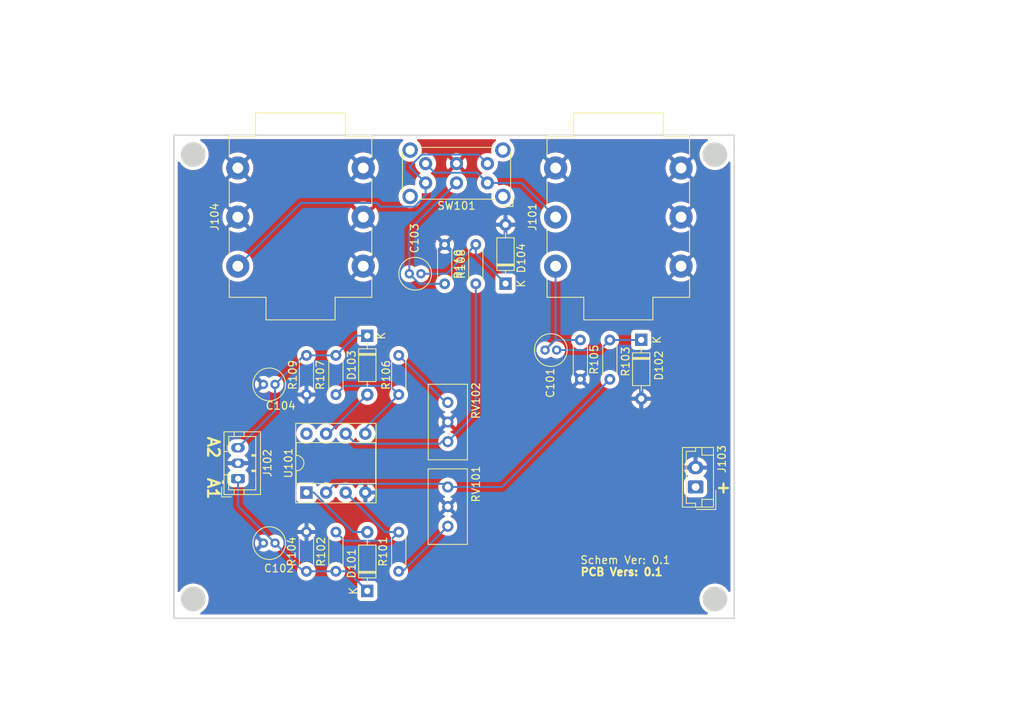
<source format=kicad_pcb>
(kicad_pcb (version 20211014) (generator pcbnew)

  (general
    (thickness 1.6)
  )

  (paper "USLetter")
  (title_block
    (title "Trigger Module")
    (date "2024-01-24")
    (rev "0.1")
  )

  (layers
    (0 "F.Cu" signal)
    (1 "In1.Cu" signal)
    (2 "In2.Cu" signal)
    (31 "B.Cu" signal)
    (32 "B.Adhes" user "B.Adhesive")
    (33 "F.Adhes" user "F.Adhesive")
    (34 "B.Paste" user)
    (35 "F.Paste" user)
    (36 "B.SilkS" user "B.Silkscreen")
    (37 "F.SilkS" user "F.Silkscreen")
    (38 "B.Mask" user)
    (39 "F.Mask" user)
    (40 "Dwgs.User" user "User.Drawings")
    (41 "Cmts.User" user "User.Comments")
    (42 "Eco1.User" user "User.Eco1")
    (43 "Eco2.User" user "User.Eco2")
    (44 "Edge.Cuts" user)
    (45 "Margin" user)
    (46 "B.CrtYd" user "B.Courtyard")
    (47 "F.CrtYd" user "F.Courtyard")
    (48 "B.Fab" user)
    (49 "F.Fab" user)
    (50 "User.1" user)
    (51 "User.2" user)
    (52 "User.3" user)
    (53 "User.4" user)
    (54 "User.5" user)
    (55 "User.6" user)
    (56 "User.7" user)
    (57 "User.8" user)
    (58 "User.9" user)
  )

  (setup
    (stackup
      (layer "F.SilkS" (type "Top Silk Screen"))
      (layer "F.Paste" (type "Top Solder Paste"))
      (layer "F.Mask" (type "Top Solder Mask") (thickness 0.01))
      (layer "F.Cu" (type "copper") (thickness 0.035))
      (layer "dielectric 1" (type "core") (thickness 0.48) (material "FR4") (epsilon_r 4.5) (loss_tangent 0.02))
      (layer "In1.Cu" (type "copper") (thickness 0.035))
      (layer "dielectric 2" (type "prepreg") (thickness 0.48) (material "FR4") (epsilon_r 4.5) (loss_tangent 0.02))
      (layer "In2.Cu" (type "copper") (thickness 0.035))
      (layer "dielectric 3" (type "core") (thickness 0.48) (material "FR4") (epsilon_r 4.5) (loss_tangent 0.02))
      (layer "B.Cu" (type "copper") (thickness 0.035))
      (layer "B.Mask" (type "Bottom Solder Mask") (thickness 0.01))
      (layer "B.Paste" (type "Bottom Solder Paste"))
      (layer "B.SilkS" (type "Bottom Silk Screen"))
      (copper_finish "None")
      (dielectric_constraints no)
    )
    (pad_to_mask_clearance 0)
    (pcbplotparams
      (layerselection 0x00010fc_ffffffff)
      (disableapertmacros false)
      (usegerberextensions false)
      (usegerberattributes true)
      (usegerberadvancedattributes true)
      (creategerberjobfile true)
      (svguseinch false)
      (svgprecision 6)
      (excludeedgelayer true)
      (plotframeref false)
      (viasonmask false)
      (mode 1)
      (useauxorigin false)
      (hpglpennumber 1)
      (hpglpenspeed 20)
      (hpglpendiameter 15.000000)
      (dxfpolygonmode true)
      (dxfimperialunits true)
      (dxfusepcbnewfont true)
      (psnegative false)
      (psa4output false)
      (plotreference true)
      (plotvalue true)
      (plotinvisibletext false)
      (sketchpadsonfab false)
      (subtractmaskfromsilk false)
      (outputformat 1)
      (mirror false)
      (drillshape 1)
      (scaleselection 1)
      (outputdirectory "")
    )
  )

  (net 0 "")
  (net 1 "GNDA")
  (net 2 "Net-(C101-Pad2)")
  (net 3 "Net-(C103-Pad2)")
  (net 4 "Net-(D101-Pad2)")
  (net 5 "Net-(D103-Pad2)")
  (net 6 "Net-(R101-Pad1)")
  (net 7 "Net-(R106-Pad1)")
  (net 8 "/Prim_Tip")
  (net 9 "/RING{slash}TIP2")
  (net 10 "VINA")
  (net 11 "Net-(R101-Pad2)")
  (net 12 "Net-(R103-Pad1)")
  (net 13 "Net-(R106-Pad2)")
  (net 14 "/OUT_1")
  (net 15 "Net-(R108-Pad1)")
  (net 16 "/OUT_2")
  (net 17 "/Prim_Ring")
  (net 18 "/Sec_Tip")

  (footprint "Connector_JST:JST_EH_B2B-EH-A_1x02_P2.50mm_Vertical" (layer "F.Cu") (at 155 105.5 90))

  (footprint "Resistor_THT:R_Axial_DIN0204_L3.6mm_D1.6mm_P5.08mm_Horizontal" (layer "F.Cu") (at 108.458 116.417 90))

  (footprint "Resistor_THT:R_Axial_DIN0204_L3.6mm_D1.6mm_P5.08mm_Horizontal" (layer "F.Cu") (at 143.9 91.57 90))

  (footprint "Connector_Audio:Jack_6.35mm_Neutrik_NMJ6HCD2_Horizontal" (layer "F.Cu") (at 136.885 76.935 90))

  (footprint "Potentiometer_THT:Potentiometer_Bourns_3296W_Vertical" (layer "F.Cu") (at 122.936 110.585 -90))

  (footprint "Resistor_THT:R_Axial_DIN0204_L3.6mm_D1.6mm_P5.08mm_Horizontal" (layer "F.Cu") (at 140.09 91.57 90))

  (footprint "Resistor_THT:R_Axial_DIN0204_L3.6mm_D1.6mm_P5.08mm_Horizontal" (layer "F.Cu") (at 116.586 111.337 -90))

  (footprint "Capacitor_THT:C_Radial_D4.0mm_H7.0mm_P1.50mm" (layer "F.Cu") (at 100.584 92.235 180))

  (footprint "Diode_THT:D_DO-35_SOD27_P7.62mm_Horizontal" (layer "F.Cu") (at 147.964 86.466 -90))

  (footprint "Diode_THT:D_DO-35_SOD27_P7.62mm_Horizontal" (layer "F.Cu") (at 112.522 85.937 -90))

  (footprint "Button_Switch_THT:SW_E-Switch_EG2219_DPDT_Angled" (layer "F.Cu") (at 128.0658 66.167 180))

  (footprint "Resistor_THT:R_Axial_DIN0204_L3.6mm_D1.6mm_P5.08mm_Horizontal" (layer "F.Cu") (at 126.5578 79.217 90))

  (footprint "Diode_THT:D_DO-35_SOD27_P7.62mm_Horizontal" (layer "F.Cu") (at 112.522 118.957 90))

  (footprint "Capacitor_THT:C_Radial_D4.0mm_H7.0mm_P1.50mm" (layer "F.Cu") (at 135.518 87.79))

  (footprint "Library:Text_Annotation" (layer "F.Cu") (at 140 113.96))

  (footprint "Resistor_THT:R_Axial_DIN0204_L3.6mm_D1.6mm_P5.08mm_Horizontal" (layer "F.Cu") (at 122.5318 74.137 -90))

  (footprint "Package_DIP:DIP-8_W7.62mm_Socket" (layer "F.Cu") (at 104.648 106.225 90))

  (footprint "Diode_THT:D_DO-35_SOD27_P7.62mm_Horizontal" (layer "F.Cu") (at 130.4058 79.193 90))

  (footprint "Capacitor_THT:C_Radial_D4.0mm_H7.0mm_P1.50mm" (layer "F.Cu") (at 117.9598 77.917))

  (footprint "Capacitor_THT:C_Radial_D4.0mm_H7.0mm_P1.50mm" (layer "F.Cu") (at 100.584 112.765 180))

  (footprint "Potentiometer_THT:Potentiometer_Bourns_3296W_Vertical" (layer "F.Cu") (at 122.936 94.563 90))

  (footprint "Connector_JST:JST_PH_B3B-PH-K_1x03_P2.00mm_Vertical" (layer "F.Cu") (at 95.79 104.425 90))

  (footprint "Resistor_THT:R_Axial_DIN0204_L3.6mm_D1.6mm_P5.08mm_Horizontal" (layer "F.Cu") (at 104.648 88.477 -90))

  (footprint "Resistor_THT:R_Axial_DIN0204_L3.6mm_D1.6mm_P5.08mm_Horizontal" (layer "F.Cu") (at 104.648 116.417 90))

  (footprint "Resistor_THT:R_Axial_DIN0204_L3.6mm_D1.6mm_P5.08mm_Horizontal" (layer "F.Cu") (at 108.458 88.477 -90))

  (footprint "Connector_Audio:Jack_6.35mm_Neutrik_NMJ6HCD2_Horizontal" (layer "F.Cu") (at 95.7675 76.935 90))

  (footprint "Resistor_THT:R_Axial_DIN0204_L3.6mm_D1.6mm_P5.08mm_Horizontal" (layer "F.Cu") (at 116.586 93.557 90))

  (gr_circle (center 157.5 120) (end 157.5 118.5) (layer "Edge.Cuts") (width 0.2) (fill solid) (tstamp 3731d34a-2a24-4a9f-b58f-1538171796c9))
  (gr_circle (center 90 62.5) (end 90 61) (layer "Edge.Cuts") (width 0.2) (fill solid) (tstamp 64f4c850-8c7d-49b8-8bc6-730eb57ad838))
  (gr_rect (start 87.5 122.5) (end 160 60) (layer "Edge.Cuts") (width 0.2) (fill none) (tstamp 68abeb25-eb22-4d26-86a8-dffe07d092d7))
  (gr_circle (center 157.5 62.5) (end 157.5 61) (layer "Edge.Cuts") (width 0.2) (fill solid) (tstamp 70e15e1d-9529-47dd-96be-62b93f129a85))
  (gr_circle (center 90 120) (end 90 118.5) (layer "Edge.Cuts") (width 0.2) (fill solid) (tstamp dbba2d01-2293-485b-bf0b-2b30bab426d0))
  (gr_text "A2" (at 92.607 100.384 270) (layer "F.SilkS") (tstamp 451cd034-8a61-4ddc-8d46-cbfe6d9b388f)
    (effects (font (size 1.5 1.5) (thickness 0.3)))
  )
  (gr_text "+" (at 158.496 105.64 90) (layer "F.SilkS") (tstamp 4aa1810b-52d3-4820-96b6-6c71ede3b772)
    (effects (font (size 1.5 1.5) (thickness 0.3)) (justify mirror))
  )
  (gr_text "PCB Vers: ${REVISION}" (at 140 116.5) (layer "F.SilkS") (tstamp 77b888f4-e61f-4fe8-8cbc-5e3fbc777ad6)
    (effects (font (size 1 1) (thickness 0.25)) (justify left))
  )
  (gr_text "A1" (at 92.607 105.718 270) (layer "F.SilkS") (tstamp c36af611-e920-4009-ba2a-1e76c012423a)
    (effects (font (size 1.5 1.5) (thickness 0.3)))
  )

  (segment (start 142.6 87.79) (end 143.9 86.49) (width 0.25) (layer "B.Cu") (net 2) (tstamp 4b89aa70-4e02-452e-8b79-bfe8232341a2))
  (segment (start 137.018 87.79) (end 142.6 87.79) (width 0.25) (layer "B.Cu") (net 2) (tstamp 6bb758c2-867d-40c5-896a-c03aae1ae951))
  (segment (start 143.9 86.49) (end 147.94 86.49) (width 0.25) (layer "B.Cu") (net 2) (tstamp 85e54c59-dd69-4868-851c-d91f7ad006e3))
  (segment (start 119.4598 77.917) (end 122.7778 77.917) (width 0.25) (layer "B.Cu") (net 3) (tstamp 07cb49f6-798c-48cc-9ea7-1238e43367a0))
  (segment (start 122.7778 77.917) (end 126.5578 74.137) (width 0.25) (layer "B.Cu") (net 3) (tstamp 222e97b9-0a5e-4693-b424-88a47795c8f5))
  (segment (start 126.5578 75.345) (end 130.4058 79.193) (width 0.25) (layer "B.Cu") (net 3) (tstamp 59dfedf9-d468-4a2c-abb1-c52e10c0e950))
  (segment (start 126.5578 74.137) (end 126.5578 75.345) (width 0.25) (layer "B.Cu") (net 3) (tstamp 98083b7c-44ef-416c-8be7-73e5f2ea5234))
  (segment (start 105.597009 106.225) (end 104.648 106.225) (width 0.25) (layer "B.Cu") (net 4) (tstamp 228ac417-f0e5-4c1e-b160-bf078d0c5e2d))
  (segment (start 112.522 111.337) (end 110.709009 111.337) (width 0.25) (layer "B.Cu") (net 4) (tstamp 4ff9a603-58a0-45fc-92d3-e44b601bb6e5))
  (segment (start 110.709009 111.337) (end 105.597009 106.225) (width 0.25) (layer "B.Cu") (net 4) (tstamp b501ee07-db5e-483c-ac96-c98aa8589d1d))
  (segment (start 112.522 93.557) (end 107.474 98.605) (width 0.25) (layer "B.Cu") (net 5) (tstamp 4a0a9838-e176-487b-9dcf-c355ff974585))
  (segment (start 107.474 98.605) (end 107.188 98.605) (width 0.25) (layer "B.Cu") (net 5) (tstamp 8a10911d-a36a-4fe5-9b56-dda9df52aafb))
  (segment (start 109.583 112.462) (end 115.461 112.462) (width 0.25) (layer "B.Cu") (net 6) (tstamp 138bc6f2-6f8a-49a3-984b-64f3c1fb900d))
  (segment (start 115.461 112.462) (end 116.586 111.337) (width 0.25) (layer "B.Cu") (net 6) (tstamp 8615b020-caae-42dc-ad10-0abc8e022a3e))
  (segment (start 114.84 111.337) (end 109.728 106.225) (width 0.25) (layer "B.Cu") (net 6) (tstamp 8e3d16b5-49b1-433f-a9e5-0f425cc7ad20))
  (segment (start 116.586 111.337) (end 114.84 111.337) (width 0.25) (layer "B.Cu") (net 6) (tstamp 9c6c2ac2-f927-4801-9fc3-17e366710718))
  (segment (start 108.458 111.337) (end 109.583 112.462) (width 0.25) (layer "B.Cu") (net 6) (tstamp fb0b3c5d-9079-46bf-948b-b9b4beadb513))
  (segment (start 115.461 92.432) (end 116.586 93.557) (width 0.25) (layer "B.Cu") (net 7) (tstamp 1894ea5e-c1f9-415d-841c-0ac3d66253ed))
  (segment (start 116.586 93.557) (end 112.268 97.875) (width 0.25) (layer "B.Cu") (net 7) (tstamp 36d82ca1-e191-45ce-a382-fd5643499c30))
  (segment (start 109.583 92.432) (end 115.461 92.432) (width 0.25) (layer "B.Cu") (net 7) (tstamp 52047ef6-5cfe-4e19-84db-7f6cf7ca5a2b))
  (segment (start 108.458 93.557) (end 109.583 92.432) (width 0.25) (layer "B.Cu") (net 7) (tstamp 983c5962-c81f-4bbd-8254-bf1dfa495b76))
  (segment (start 112.268 97.875) (end 112.268 98.605) (width 0.25) (layer "B.Cu") (net 7) (tstamp b572a744-70d0-44f8-9012-fae8bc055da1))
  (segment (start 136.818 86.49) (end 135.518 87.79) (width 0.25) (layer "B.Cu") (net 8) (tstamp 6ffe5869-f04d-4ea8-85b1-06966ffe6ba6))
  (segment (start 140.09 86.49) (end 136.818 86.49) (width 0.25) (layer "B.Cu") (net 8) (tstamp 923a7b1d-86be-44d5-a1c6-0d7e3fe342b7))
  (segment (start 136.885 76.935) (end 136.885 86.423) (width 0.25) (layer "B.Cu") (net 8) (tstamp a45a36a2-7d32-429f-bd9e-281eea4a4741))
  (segment (start 136.885 86.423) (end 135.518 87.79) (width 0.25) (layer "B.Cu") (net 8) (tstamp b05166df-95a7-4c92-9c53-7ad12abc1f99))
  (segment (start 124.0658 66.167) (end 117.9598 72.273) (width 0.25) (layer "B.Cu") (net 9) (tstamp 615ce6b9-0f8c-4986-9d4c-0da14fc11fd3))
  (segment (start 119.2598 79.217) (end 117.9598 77.917) (width 0.25) (layer "B.Cu") (net 9) (tstamp 7ed734ae-1d7f-4298-b3a7-4277850dd379))
  (segment (start 117.9598 72.273) (end 117.9598 77.917) (width 0.25) (layer "B.Cu") (net 9) (tstamp 93afc63e-527b-49d2-803d-9b692bd13a16))
  (segment (start 122.5318 79.217) (end 119.2598 79.217) (width 0.25) (layer "B.Cu") (net 9) (tstamp f8d6860f-a791-4f7d-9ca6-7946a533ff73))
  (segment (start 122.936 110.585) (end 117.104 116.417) (width 0.25) (layer "B.Cu") (net 11) (tstamp 0d11df10-10b4-4769-8d5a-17ca255de3be))
  (segment (start 117.104 116.417) (end 116.586 116.417) (width 0.25) (layer "B.Cu") (net 11) (tstamp e568ed2c-c775-44b2-97ee-bf2da2d2bafe))
  (segment (start 129.965 105.505) (end 122.936 105.505) (width 0.25) (layer "B.Cu") (net 12) (tstamp 464a1290-c0a2-4865-a745-ff377aadf434))
  (segment (start 107.188 106.225) (end 108.313 105.1) (width 0.25) (layer "B.Cu") (net 12) (tstamp aea37260-936e-441e-b29c-6ac389e9b129))
  (segment (start 143.9 91.57) (end 129.965 105.505) (width 0.25) (layer "B.Cu") (net 12) (tstamp b81c25dc-f06f-4609-af09-a24a3b62d809))
  (segment (start 122.531 105.1) (end 122.936 105.505) (width 0.25) (layer "B.Cu") (net 12) (tstamp bc5348e6-1ab6-4b63-8ef1-dedf8b69093b))
  (segment (start 108.313 105.1) (end 122.531 105.1) (width 0.25) (layer "B.Cu") (net 12) (tstamp cf61f1b8-114e-40c1-bc98-ef2af3e6f2f1))
  (segment (start 122.672 94.563) (end 122.936 94.563) (width 0.25) (layer "B.Cu") (net 13) (tstamp b118bfd4-cf87-4b20-9102-3bc01609d4fa))
  (segment (start 116.586 88.477) (end 122.672 94.563) (width 0.25) (layer "B.Cu") (net 13) (tstamp c3c26a0c-0143-4f0d-ac32-85a261deb4b4))
  (segment (start 95.79 107.971) (end 100.584 112.765) (width 0.25) (layer "B.Cu") (net 14) (tstamp 45f5d182-2b0e-4860-b967-7bc9ad8cb54f))
  (segment (start 104.648 116.417) (end 108.458 116.417) (width 0.25) (layer "B.Cu") (net 14) (tstamp 7c6b84ec-dc75-4204-a451-f19f545825d4))
  (segment (start 100.584 112.765) (end 104.236 116.417) (width 0.25) (layer "B.Cu") (net 14) (tstamp b37f51a5-b12d-4693-baab-e0f1846c7e2f))
  (segment (start 109.982 116.417) (end 112.522 118.957) (width 0.25) (layer "B.Cu") (net 14) (tstamp bcce46b7-840a-4a76-9013-16b5b5441ef1))
  (segment (start 95.79 104.425) (end 95.79 107.971) (width 0.25) (layer "B.Cu") (net 14) (tstamp cafc992a-54fc-45e1-bf98-100cc7b601b4))
  (segment (start 108.458 116.417) (end 109.982 116.417) (width 0.25) (layer "B.Cu") (net 14) (tstamp ce34e73a-31f3-44e0-b6e8-205c3df4ebae))
  (segment (start 104.236 116.417) (end 104.648 116.417) (width 0.25) (layer "B.Cu") (net 14) (tstamp f7c57e77-ec16-4036-902d-251adf3cfac4))
  (segment (start 126.5578 96.0212) (end 126.5578 79.217) (width 0.25) (layer "B.Cu") (net 15) (tstamp 36a080fb-29f8-46d7-ae3c-9a5346392b9f))
  (segment (start 122.936 99.643) (end 126.5578 96.0212) (width 0.25) (layer "B.Cu") (net 15) (tstamp 3840ace2-1380-461d-990f-42e75dd1bb43))
  (segment (start 111.03 99.907) (end 121.92 99.907) (width 0.25) (layer "B.Cu") (net 15) (tstamp 69d90675-fb0d-43e4-ac98-13f63861163e))
  (segment (start 109.728 98.605) (end 111.03 99.907) (width 0.25) (layer "B.Cu") (net 15) (tstamp 7966ba5a-788c-4727-8165-c8507f4903c5))
  (segment (start 122.184 99.643) (end 121.92 99.907) (width 0.25) (layer "B.Cu") (net 15) (tstamp af21196a-af72-47c1-8999-e66928c0f18d))
  (segment (start 122.936 99.643) (end 122.184 99.643) (width 0.25) (layer "B.Cu") (net 15) (tstamp ec1f4e56-78dd-437f-be41-65e10b60debf))
  (segment (start 100.584 95.631) (end 95.79 100.425) (width 0.25) (layer "B.Cu") (net 16) (tstamp 0678412d-031e-452f-a9cb-c338d19d7043))
  (segment (start 110.998 85.937) (end 112.522 85.937) (width 0.25) (layer "B.Cu") (net 16) (tstamp 30b233c5-e77a-4529-a7ad-1fdac3009624))
  (segment (start 100.584 92.235) (end 104.342 88.477) (width 0.25) (layer "B.Cu") (net 16) (tstamp 391a2c28-6ab2-475b-b622-0d465ff68075))
  (segment (start 100.584 92.235) (end 100.584 95.631) (width 0.25) (layer "B.Cu") (net 16) (tstamp 53a17820-c9fc-4365-a1ad-191bdd239f12))
  (segment (start 108.458 88.477) (end 110.998 85.937) (width 0.25) (layer "B.Cu") (net 16) (tstamp 579e560f-bb17-4b3e-aec6-4e5fe5e577bd))
  (segment (start 104.342 88.477) (end 104.648 88.477) (width 0.25) (layer "B.Cu") (net 16) (tstamp a344c923-ad9e-44c3-b1e4-c8057547291f))
  (segment (start 104.648 88.477) (end 108.458 88.477) (width 0.25) (layer "B.Cu") (net 16) (tstamp a92332d8-8380-42f0-9c94-c063dd8d8e5e))
  (segment (start 120.0658 63.667) (end 121.2408 64.842) (width 0.25) (layer "B.Cu") (net 17) (tstamp 38f19cac-4afe-45a0-8262-250445417ec6))
  (segment (start 132.467 66.167) (end 136.885 70.585) (width 0.25) (layer "B.Cu") (net 17) (tstamp 3b4fe0ea-f404-4dd9-9e84-40427b5b0ed5))
  (segment (start 126.7408 64.842) (end 128.0658 66.167) (width 0.25) (layer "B.Cu") (net 17) (tstamp 78a77d1c-2e1e-474c-9708-34321e2b63a6))
  (segment (start 128.0658 66.167) (end 132.467 66.167) (width 0.25) (layer "B.Cu") (net 17) (tstamp 9ac762c8-bbcb-4144-b9d9-59cafd148580))
  (segment (start 121.2408 64.842) (end 126.7408 64.842) (width 0.25) (layer "B.Cu") (net 17) (tstamp e7a4f13d-fe4b-42b7-b92d-ae10bc09db0b))
  (segment (start 114.222 69.242) (end 118.614633 69.242) (width 0.25) (layer "B.Cu") (net 18) (tstamp 1d4fae68-384b-4990-a980-48f06d21114b))
  (segment (start 118.0658 64.005299) (end 118.0658 64.167) (width 0.25) (layer "B.Cu") (net 18) (tstamp 1da76297-4c2c-4da7-9e70-ad14affee0e1))
  (segment (start 119.579099 62.492) (end 118.0658 64.005299) (width 0.25) (layer "B.Cu") (net 18) (tstamp 34c1fc3a-e7d5-489f-bc51-87f3e1719cbf))
  (segment (start 126.8908 62.492) (end 119.579099 62.492) (width 0.25) (layer "B.Cu") (net 18) (tstamp 66b8318c-2899-43e6-aa4d-2736a1fcaf90))
  (segment (start 120.0658 67.790833) (end 120.0658 66.167) (width 0.25) (layer "B.Cu") (net 18) (tstamp 9b8c5cce-1c98-4a73-a929-1dfb2689c49b))
  (segment (start 118.0658 64.167) (end 120.0658 66.167) (width 0.25) (layer "B.Cu") (net 18) (tstamp bbed7bb7-c55f-4f1d-800d-ec3af5e59c21))
  (segment (start 103.9425 68.76) (end 113.74 68.76) (width 0.25) (layer "B.Cu") (net 18) (tstamp d1bc58f3-94f3-4f7a-805d-9798a90b00ee))
  (segment (start 118.614633 69.242) (end 120.0658 67.790833) (width 0.25) (layer "B.Cu") (net 18) (tstamp e63ca741-461b-40d3-bf82-076fad760158))
  (segment (start 113.74 68.76) (end 114.222 69.242) (width 0.25) (layer "B.Cu") (net 18) (tstamp e876cba7-2a92-43fc-b876-ecd6a128e6e0))
  (segment (start 128.0658 63.667) (end 126.8908 62.492) (width 0.25) (layer "B.Cu") (net 18) (tstamp ea7ef7e1-b3be-4dcd-b18a-169dd46999b4))
  (segment (start 95.7675 76.935) (end 103.9425 68.76) (width 0.25) (layer "B.Cu") (net 18) (tstamp ed898d4b-7cc1-413e-8120-f90baa72acf3))

  (zone (net 1) (net_name "GNDA") (layers F&B.Cu) (tstamp e359ab32-4525-492b-910a-b48267fc3956) (name "Ground Plane") (hatch edge 0.508)
    (connect_pads (clearance 0.508))
    (min_thickness 0.254) (filled_areas_thickness no)
    (fill yes (thermal_gap 0.508) (thermal_bridge_width 0.508))
    (polygon
      (pts
        (xy 197.5 135)
        (xy 65 135)
        (xy 65 42.5)
        (xy 197.5 42.5)
      )
    )
    (filled_polygon
      (layer "F.Cu")
      (pts
        (xy 117.118782 60.528502)
        (xy 117.165275 60.582158)
        (xy 117.175379 60.652432)
        (xy 117.145885 60.717012)
        (xy 117.132492 60.730311)
        (xy 117.118085 60.742616)
        (xy 116.995831 60.847031)
        (xy 116.841624 61.027584)
        (xy 116.839045 61.031792)
        (xy 116.839041 61.031798)
        (xy 116.727612 61.213633)
        (xy 116.71756 61.230037)
        (xy 116.626695 61.449406)
        (xy 116.571265 61.680289)
        (xy 116.552635 61.917)
        (xy 116.571265 62.153711)
        (xy 116.572419 62.158518)
        (xy 116.57242 62.158524)
        (xy 116.598575 62.267467)
        (xy 116.626695 62.384594)
        (xy 116.628588 62.389165)
        (xy 116.628589 62.389167)
        (xy 116.70969 62.584962)
        (xy 116.71756 62.603963)
        (xy 116.720146 62.608183)
        (xy 116.839041 62.802202)
        (xy 116.839045 62.802208)
        (xy 116.841624 62.806416)
        (xy 116.995831 62.986969)
        (xy 116.999587 62.990177)
        (xy 117.009186 62.998375)
        (xy 117.176384 63.141176)
        (xy 117.180592 63.143755)
        (xy 117.180598 63.143759)
        (xy 117.31011 63.223124)
        (xy 117.378837 63.26524)
        (xy 117.383407 63.267133)
        (xy 117.383411 63.267135)
        (xy 117.593633 63.354211)
        (xy 117.598206 63.356105)
        (xy 117.677409 63.37512)
        (xy 117.824276 63.41038)
        (xy 117.824282 63.410381)
        (xy 117.829089 63.411535)
        (xy 118.0658 63.430165)
        (xy 118.302511 63.411535)
        (xy 118.307318 63.410381)
        (xy 118.307324 63.41038)
        (xy 118.454191 63.37512)
        (xy 118.533394 63.356105)
        (xy 118.545895 63.350927)
        (xy 118.616485 63.343339)
        (xy 118.679971 63.37512)
        (xy 118.716198 63.436179)
        (xy 118.719398 63.480726)
        (xy 118.715098 63.520968)
        (xy 118.703051 63.633695)
        (xy 118.71591 63.856715)
        (xy 118.717047 63.861761)
        (xy 118.717048 63.861767)
        (xy 118.741104 63.968508)
        (xy 118.765022 64.074639)
        (xy 118.805146 64.173453)
        (xy 118.846786 64.276)
        (xy 118.849066 64.281616)
        (xy 118.851765 64.28602)
        (xy 118.960519 64.463491)
        (xy 118.965787 64.472088)
        (xy 119.11205 64.640938)
        (xy 119.283926 64.783632)
        (xy 119.313174 64.800723)
        (xy 119.323555 64.806789)
        (xy 119.372279 64.858427)
        (xy 119.38535 64.92821)
        (xy 119.358619 64.993982)
        (xy 119.335639 65.016336)
        (xy 119.322792 65.025982)
        (xy 119.265728 65.068827)
        (xy 119.160765 65.147635)
        (xy 119.006429 65.309138)
        (xy 118.880543 65.49368)
        (xy 118.786488 65.696305)
        (xy 118.726789 65.91157)
        (xy 118.703051 66.133695)
        (xy 118.703348 66.138848)
        (xy 118.703348 66.138851)
        (xy 118.71591 66.356715)
        (xy 118.71369 66.356843)
        (xy 118.7047 66.417824)
        (xy 118.658017 66.471314)
        (xy 118.589825 66.491073)
        (xy 118.542055 66.481482)
        (xy 118.537973 66.479791)
        (xy 118.537965 66.479789)
        (xy 118.533394 66.477895)
        (xy 118.416949 66.449939)
        (xy 118.307324 66.42362)
        (xy 118.307318 66.423619)
        (xy 118.302511 66.422465)
        (xy 118.0658 66.403835)
        (xy 117.829089 66.422465)
        (xy 117.824282 66.423619)
        (xy 117.824276 66.42362)
        (xy 117.714651 66.449939)
        (xy 117.598206 66.477895)
        (xy 117.593635 66.479788)
        (xy 117.593633 66.479789)
        (xy 117.383411 66.566865)
        (xy 117.383407 66.566867)
        (xy 117.378837 66.56876)
        (xy 117.374617 66.571346)
        (xy 117.180598 66.690241)
        (xy 117.180592 66.690245)
        (xy 117.176384 66.692824)
        (xy 116.995831 66.847031)
        (xy 116.841624 67.027584)
        (xy 116.839045 67.031792)
        (xy 116.839041 67.031798)
        (xy 116.733191 67.204529)
        (xy 116.71756 67.230037)
        (xy 116.715667 67.234607)
        (xy 116.715665 67.234611)
        (xy 116.63312 67.433895)
        (xy 116.626695 67.449406)
        (xy 116.620031 67.477164)
        (xy 116.583078 67.631086)
        (xy 116.571265 67.680289)
        (xy 116.552635 67.917)
        (xy 116.571265 68.153711)
        (xy 116.626695 68.384594)
        (xy 116.628588 68.389165)
        (xy 116.628589 68.389167)
        (xy 116.706938 68.578318)
        (xy 116.71756 68.603963)
        (xy 116.720146 68.608183)
        (xy 116.839041 68.802202)
        (xy 116.839045 68.802208)
        (xy 116.841624 68.806416)
        (xy 116.995831 68.986969)
        (xy 117.176384 69.141176)
        (xy 117.180592 69.143755)
        (xy 117.180598 69.143759)
        (xy 117.374617 69.262654)
        (xy 117.378837 69.26524)
        (xy 117.383407 69.267133)
        (xy 117.383411 69.267135)
        (xy 117.498766 69.314916)
        (xy 117.598206 69.356105)
        (xy 117.648123 69.368089)
        (xy 117.824276 69.41038)
        (xy 117.824282 69.410381)
        (xy 117.829089 69.411535)
        (xy 118.0658 69.430165)
        (xy 118.302511 69.411535)
        (xy 118.307318 69.410381)
        (xy 118.307324 69.41038)
        (xy 118.483477 69.368089)
        (xy 118.533394 69.356105)
        (xy 118.632834 69.314916)
        (xy 118.748189 69.267135)
        (xy 118.748193 69.267133)
        (xy 118.752763 69.26524)
        (xy 118.756983 69.262654)
        (xy 118.951002 69.143759)
        (xy 118.951008 69.143755)
        (xy 118.955216 69.141176)
        (xy 119.135769 68.986969)
        (xy 119.289976 68.806416)
        (xy 119.292555 68.802208)
        (xy 119.292559 68.802202)
        (xy 119.411454 68.608183)
        (xy 119.41404 68.603963)
        (xy 119.424663 68.578318)
        (xy 119.503011 68.389167)
        (xy 119.503012 68.389165)
        (xy 119.504905 68.384594)
        (xy 119.560335 68.153711)
        (xy 119.578965 67.917)
        (xy 119.560335 67.680289)
        (xy 119.548522 67.631085)
        (xy 119.552069 67.560178)
        (xy 119.593389 67.502443)
        (xy 119.659362 67.476213)
        (xy 119.696161 67.478201)
        (xy 119.899318 67.519534)
        (xy 119.899322 67.519534)
        (xy 119.904397 67.520567)
        (xy 119.909572 67.520757)
        (xy 119.909574 67.520757)
        (xy 120.122473 67.528564)
        (xy 120.122477 67.528564)
        (xy 120.127637 67.528753)
        (xy 120.132757 67.528097)
        (xy 120.132759 67.528097)
        (xy 120.344088 67.501025)
        (xy 120.344089 67.501025)
        (xy 120.349216 67.500368)
        (xy 120.354176 67.49888)
        (xy 120.558229 67.437661)
        (xy 120.558234 67.437659)
        (xy 120.563184 67.436174)
        (xy 120.763794 67.337896)
        (xy 120.94566 67.208173)
        (xy 121.103896 67.050489)
        (xy 121.163394 66.967689)
        (xy 121.231235 66.873277)
        (xy 121.234253 66.869077)
        (xy 121.243293 66.850787)
        (xy 121.330936 66.673453)
        (xy 121.330937 66.673451)
        (xy 121.33323 66.668811)
        (xy 121.390659 66.479791)
        (xy 121.396665 66.460023)
        (xy 121.396665 66.460021)
        (xy 121.39817 66.455069)
        (xy 121.427329 66.23359)
        (xy 121.428956 66.167)
        (xy 121.426218 66.133695)
        (xy 122.703051 66.133695)
        (xy 122.703348 66.138848)
        (xy 122.703348 66.138851)
        (xy 122.708811 66.23359)
        (xy 122.71591 66.356715)
        (xy 122.717047 66.361761)
        (xy 122.717048 66.361767)
        (xy 122.730988 66.42362)
        (xy 122.765022 66.574639)
        (xy 122.849066 66.781616)
        (xy 122.965787 66.972088)
        (xy 123.11205 67.140938)
        (xy 123.283926 67.283632)
        (xy 123.4768 67.396338)
        (xy 123.685492 67.47603)
        (xy 123.69056 67.477061)
        (xy 123.690563 67.477062)
        (xy 123.797803 67.49888)
        (xy 123.904397 67.520567)
        (xy 123.909572 67.520757)
        (xy 123.909574 67.520757)
        (xy 124.122473 67.528564)
        (xy 124.122477 67.528564)
        (xy 124.127637 67.528753)
        (xy 124.132757 67.528097)
        (xy 124.132759 67.528097)
        (xy 124.344088 67.501025)
        (xy 124.344089 67.501025)
        (xy 124.349216 67.500368)
        (xy 124.354176 67.49888)
        (xy 124.558229 67.437661)
        (xy 124.558234 67.437659)
        (xy 124.563184 67.436174)
        (xy 124.763794 67.337896)
        (xy 124.94566 67.208173)
        (xy 125.103896 67.050489)
        (xy 125.163394 66.967689)
        (xy 125.231235 66.873277)
        (xy 125.234253 66.869077)
        (xy 125.243293 66.850787)
        (xy 125.330936 66.673453)
        (xy 125.330937 66.673451)
        (xy 125.33323 66.668811)
        (xy 125.390659 66.479791)
        (xy 125.396665 66.460023)
        (xy 125.396665 66.460021)
        (xy 125.39817 66.455069)
        (xy 125.427329 66.23359)
        (xy 125.428956 66.167)
        (xy 125.410652 65.944361)
        (xy 125.356231 65.727702)
        (xy 125.267154 65.52284)
        (xy 125.145814 65.335277)
        (xy 124.99547 65.170051)
        (xy 124.991419 65.166852)
        (xy 124.991415 65.166848)
        (xy 124.824214 65.0348)
        (xy 124.82421 65.034798)
        (xy 124.820159 65.031598)
        (xy 124.809984 65.025981)
        (xy 124.760012 64.975552)
        (xy 124.745237 64.906109)
        (xy 124.770351 64.839703)
        (xy 124.797705 64.813093)
        (xy 124.815047 64.800723)
        (xy 124.823448 64.790023)
        (xy 124.81646 64.77687)
        (xy 124.078612 64.039022)
        (xy 124.064668 64.031408)
        (xy 124.062835 64.031539)
        (xy 124.05622 64.03579)
        (xy 123.312537 64.779473)
        (xy 123.305777 64.791853)
        (xy 123.311058 64.798907)
        (xy 123.323988 64.806463)
        (xy 123.372712 64.858101)
        (xy 123.385783 64.927884)
        (xy 123.359052 64.993656)
        (xy 123.336071 65.016011)
        (xy 123.1649 65.14453)
        (xy 123.160765 65.147635)
        (xy 123.006429 65.309138)
        (xy 122.880543 65.49368)
        (xy 122.786488 65.696305)
        (xy 122.726789 65.91157)
        (xy 122.703051 66.133695)
        (xy 121.426218 66.133695)
        (xy 121.410652 65.944361)
        (xy 121.356231 65.727702)
        (xy 121.267154 65.52284)
        (xy 121.145814 65.335277)
        (xy 120.99547 65.170051)
        (xy 120.991419 65.166852)
        (xy 120.991415 65.166848)
        (xy 120.824214 65.0348)
        (xy 120.82421 65.034798)
        (xy 120.820159 65.031598)
        (xy 120.810469 65.026249)
        (xy 120.760497 64.975817)
        (xy 120.745724 64.906375)
        (xy 120.770839 64.839969)
        (xy 120.798192 64.81336)
        (xy 120.94566 64.708173)
        (xy 121.103896 64.550489)
        (xy 121.132727 64.510367)
        (xy 121.231235 64.373277)
        (xy 121.234253 64.369077)
        (xy 121.236674 64.36418)
        (xy 121.330936 64.173453)
        (xy 121.330937 64.173451)
        (xy 121.33323 64.168811)
        (xy 121.39817 63.955069)
        (xy 121.427329 63.73359)
        (xy 121.428643 63.679812)
        (xy 121.428874 63.670365)
        (xy 121.428874 63.670361)
        (xy 121.428956 63.667)
        (xy 121.426643 63.638863)
        (xy 122.70385 63.638863)
        (xy 122.716109 63.851477)
        (xy 122.717545 63.861697)
        (xy 122.764365 64.069446)
        (xy 122.767445 64.079275)
        (xy 122.84757 64.276603)
        (xy 122.852213 64.285794)
        (xy 122.93226 64.41642)
        (xy 122.942716 64.42588)
        (xy 122.951494 64.422096)
        (xy 123.693778 63.679812)
        (xy 123.700156 63.668132)
        (xy 124.430208 63.668132)
        (xy 124.430339 63.669965)
        (xy 124.43459 63.67658)
        (xy 125.176274 64.418264)
        (xy 125.188284 64.424823)
        (xy 125.200023 64.415855)
        (xy 125.230804 64.373019)
        (xy 125.236115 64.36418)
        (xy 125.33047 64.173267)
        (xy 125.334269 64.163672)
        (xy 125.396176 63.959915)
        (xy 125.398355 63.949834)
        (xy 125.42639 63.736887)
        (xy 125.426909 63.730212)
        (xy 125.428372 63.670364)
        (xy 125.428178 63.663646)
        (xy 125.410581 63.449604)
        (xy 125.408896 63.439424)
        (xy 125.357014 63.232875)
        (xy 125.353694 63.223124)
        (xy 125.268772 63.027814)
        (xy 125.263905 63.018739)
        (xy 125.198863 62.918197)
        (xy 125.188177 62.908995)
        (xy 125.178612 62.913398)
        (xy 124.437822 63.654188)
        (xy 124.430208 63.668132)
        (xy 123.700156 63.668132)
        (xy 123.701392 63.665868)
        (xy 123.701261 63.664035)
        (xy 123.69701 63.65742)
        (xy 122.955649 62.916059)
        (xy 122.944113 62.909759)
        (xy 122.931831 62.919382)
        (xy 122.883889 62.989662)
        (xy 122.878804 62.998613)
        (xy 122.789138 63.191783)
        (xy 122.785575 63.20147)
        (xy 122.728664 63.406681)
        (xy 122.726733 63.4168)
        (xy 122.704102 63.628574)
        (xy 122.70385 63.638863)
        (xy 121.426643 63.638863)
        (xy 121.410652 63.444361)
        (xy 121.356231 63.227702)
        (xy 121.267154 63.02284)
        (xy 121.145814 62.835277)
        (xy 120.99547 62.670051)
        (xy 120.991419 62.666852)
        (xy 120.991415 62.666848)
        (xy 120.835138 62.543427)
        (xy 123.307023 62.543427)
        (xy 123.313768 62.555758)
        (xy 124.052988 63.294978)
        (xy 124.066932 63.302592)
        (xy 124.068765 63.302461)
        (xy 124.07538 63.29821)
        (xy 124.819189 62.554401)
        (xy 124.82621 62.541544)
        (xy 124.819411 62.532213)
        (xy 124.815354 62.529518)
        (xy 124.628917 62.426599)
        (xy 124.619505 62.422369)
        (xy 124.418759 62.35128)
        (xy 124.408789 62.348646)
        (xy 124.199127 62.311301)
        (xy 124.188873 62.310331)
        (xy 123.975916 62.307728)
        (xy 123.965632 62.308448)
        (xy 123.755121 62.340661)
        (xy 123.745093 62.34305)
        (xy 123.542668 62.409212)
        (xy 123.533159 62.413209)
        (xy 123.344266 62.51154)
        (xy 123.335534 62.517039)
        (xy 123.315477 62.532099)
        (xy 123.307023 62.543427)
        (xy 120.835138 62.543427)
        (xy 120.824214 62.5348)
        (xy 120.82421 62.534798)
        (xy 120.820159 62.531598)
        (xy 120.624589 62.423638)
        (xy 120.61972 62.421914)
        (xy 120.619716 62.421912)
        (xy 120.418887 62.350795)
        (xy 120.418883 62.350794)
        (xy 120.414012 62.349069)
        (xy 120.408919 62.348162)
        (xy 120.408916 62.348161)
        (xy 120.199173 62.3108)
        (xy 120.199167 62.310799)
        (xy 120.194084 62.309894)
        (xy 120.120252 62.308992)
        (xy 119.975881 62.307228)
        (xy 119.975879 62.307228)
        (xy 119.970711 62.307165)
        (xy 119.749891 62.340955)
        (xy 119.719786 62.350795)
        (xy 119.709707 62.354089)
        (xy 119.638743 62.35624)
        (xy 119.577881 62.319684)
        (xy 119.546445 62.256026)
        (xy 119.548044 62.204909)
        (xy 119.559178 62.158533)
        (xy 119.559179 62.158525)
        (xy 119.560335 62.153711)
        (xy 119.578965 61.917)
        (xy 119.560335 61.680289)
        (xy 119.504905 61.449406)
        (xy 119.41404 61.230037)
        (xy 119.403988 61.213633)
        (xy 119.292559 61.031798)
        (xy 119.292555 61.031792)
        (xy 119.289976 61.027584)
        (xy 119.135769 60.847031)
        (xy 119.013515 60.742616)
        (xy 118.999108 60.730311)
        (xy 118.960299 60.67086)
        (xy 118.959793 60.599866)
        (xy 118.997749 60.539867)
        (xy 119.062118 60.509914)
        (xy 119.080939 60.5085)
        (xy 129.050661 60.5085)
        (xy 129.118782 60.528502)
        (xy 129.165275 60.582158)
        (xy 129.175379 60.652432)
        (xy 129.145885 60.717012)
        (xy 129.132492 60.730311)
        (xy 129.118085 60.742616)
        (xy 128.995831 60.847031)
        (xy 128.841624 61.027584)
        (xy 128.839045 61.031792)
        (xy 128.839041 61.031798)
        (xy 128.727612 61.213633)
        (xy 128.71756 61.230037)
        (xy 128.626695 61.449406)
        (xy 128.571265 61.680289)
        (xy 128.552635 61.917)
        (xy 128.571265 62.153711)
        (xy 128.572421 62.158524)
        (xy 128.572421 62.158527)
        (xy 128.582961 62.202431)
        (xy 128.579413 62.273339)
        (xy 128.538093 62.331072)
        (xy 128.47212 62.357302)
        (xy 128.424099 62.351326)
        (xy 128.42389 62.352117)
        (xy 128.418886 62.350795)
        (xy 128.414012 62.349069)
        (xy 128.408919 62.348162)
        (xy 128.408916 62.348161)
        (xy 128.199173 62.3108)
        (xy 128.199167 62.310799)
        (xy 128.194084 62.309894)
        (xy 128.120252 62.308992)
        (xy 127.975881 62.307228)
        (xy 127.975879 62.307228)
        (xy 127.970711 62.307165)
        (xy 127.749891 62.340955)
        (xy 127.537556 62.410357)
        (xy 127.486915 62.436719)
        (xy 127.365354 62.5)
        (xy 127.339407 62.513507)
        (xy 127.335274 62.51661)
        (xy 127.335271 62.516612)
        (xy 127.21331 62.608183)
        (xy 127.160765 62.647635)
        (xy 127.157193 62.651373)
        (xy 127.032387 62.781975)
        (xy 127.006429 62.809138)
        (xy 126.880543 62.99368)
        (xy 126.786488 63.196305)
        (xy 126.726789 63.41157)
        (xy 126.703051 63.633695)
        (xy 126.71591 63.856715)
        (xy 126.717047 63.861761)
        (xy 126.717048 63.861767)
        (xy 126.741104 63.968508)
        (xy 126.765022 64.074639)
        (xy 126.805146 64.173453)
        (xy 126.846786 64.276)
        (xy 126.849066 64.281616)
        (xy 126.851765 64.28602)
        (xy 126.960519 64.463491)
        (xy 126.965787 64.472088)
        (xy 127.11205 64.640938)
        (xy 127.283926 64.783632)
        (xy 127.313174 64.800723)
        (xy 127.323555 64.806789)
        (xy 127.372279 64.858427)
        (xy 127.38535 64.92821)
        (xy 127.358619 64.993982)
        (xy 127.335639 65.016336)
        (xy 127.322792 65.025982)
        (xy 127.265728 65.068827)
        (xy 127.160765 65.147635)
        (xy 127.006429 65.309138)
        (xy 126.880543 65.49368)
        (xy 126.786488 65.696305)
        (xy 126.726789 65.91157)
        (xy 126.703051 66.133695)
        (xy 126.703348 66.138848)
        (xy 126.703348 66.138851)
        (xy 126.708811 66.23359)
        (xy 126.71591 66.356715)
        (xy 126.717047 66.361761)
        (xy 126.717048 66.361767)
        (xy 126.730988 66.42362)
        (xy 126.765022 66.574639)
        (xy 126.849066 66.781616)
        (xy 126.965787 66.972088)
        (xy 127.11205 67.140938)
        (xy 127.283926 67.283632)
        (xy 127.4768 67.396338)
        (xy 127.685492 67.47603)
        (xy 127.69056 67.477061)
        (xy 127.690563 67.477062)
        (xy 127.797803 67.49888)
        (xy 127.904397 67.520567)
        (xy 127.909572 67.520757)
        (xy 127.909574 67.520757)
        (xy 128.122473 67.528564)
        (xy 128.122477 67.528564)
        (xy 128.127637 67.528753)
        (xy 128.132757 67.528097)
        (xy 128.132759 67.528097)
        (xy 128.344088 67.501025)
        (xy 128.344089 67.501025)
        (xy 128.349216 67.500368)
        (xy 128.354173 67.498881)
        (xy 128.354177 67.49888)
        (xy 128.425168 67.477582)
        (xy 128.496164 67.477164)
        (xy 128.556114 67.515197)
        (xy 128.585986 67.579603)
        (xy 128.583895 67.627681)
        (xy 128.571265 67.680289)
        (xy 128.552635 67.917)
        (xy 128.571265 68.153711)
        (xy 128.626695 68.384594)
        (xy 128.628588 68.389165)
        (xy 128.628589 68.389167)
        (xy 128.706938 68.578318)
        (xy 128.71756 68.603963)
        (xy 128.720146 68.608183)
        (xy 128.839041 68.802202)
        (xy 128.839045 68.802208)
        (xy 128.841624 68.806416)
        (xy 128.995831 68.986969)
        (xy 129.176384 69.141176)
        (xy 129.180592 69.143755)
        (xy 129.180598 69.143759)
        (xy 129.374617 69.262654)
        (xy 129.378837 69.26524)
        (xy 129.383407 69.267133)
        (xy 129.383411 69.267135)
        (xy 129.498766 69.314916)
        (xy 129.598206 69.356105)
        (xy 129.648123 69.368089)
        (xy 129.824276 69.41038)
        (xy 129.824282 69.410381)
        (xy 129.829089 69.411535)
        (xy 130.0658 69.430165)
        (xy 130.302511 69.411535)
        (xy 130.307318 69.410381)
        (xy 130.307324 69.41038)
        (xy 130.483477 69.368089)
        (xy 130.533394 69.356105)
        (xy 130.632834 69.314916)
        (xy 130.748189 69.267135)
        (xy 130.748193 69.267133)
        (xy 130.752763 69.26524)
        (xy 130.756983 69.262654)
        (xy 130.951002 69.143759)
        (xy 130.951008 69.143755)
        (xy 130.955216 69.141176)
        (xy 131.135769 68.986969)
        (xy 131.289976 68.806416)
        (xy 131.292555 68.802208)
        (xy 131.292559 68.802202)
        (xy 131.411454 68.608183)
        (xy 131.41404 68.603963)
        (xy 131.424663 68.578318)
        (xy 131.503011 68.389167)
        (xy 131.503012 68.389165)
        (xy 131.504905 68.384594)
        (xy 131.560335 68.153711)
        (xy 131.578965 67.917)
        (xy 131.560335 67.680289)
        (xy 131.548523 67.631086)
        (xy 131.511569 67.477164)
        (xy 131.504905 67.449406)
        (xy 131.49848 67.433895)
        (xy 131.415935 67.234611)
        (xy 131.415933 67.234607)
        (xy 131.41404 67.230037)
        (xy 131.398409 67.204529)
        (xy 131.292559 67.031798)
        (xy 131.292555 67.031792)
        (xy 131.289976 67.027584)
        (xy 131.135769 66.847031)
        (xy 130.955216 66.692824)
        (xy 130.951008 66.690245)
        (xy 130.951002 66.690241)
        (xy 130.756983 66.571346)
        (xy 130.752763 66.56876)
        (xy 130.748193 66.566867)
        (xy 130.748189 66.566865)
        (xy 130.537967 66.479789)
        (xy 130.537965 66.479788)
        (xy 130.533394 66.477895)
        (xy 130.416949 66.449939)
        (xy 130.307324 66.42362)
        (xy 130.307318 66.423619)
        (xy 130.302511 66.422465)
        (xy 130.0658 66.403835)
        (xy 129.829089 66.422465)
        (xy 129.824282 66.423619)
        (xy 129.824276 66.42362)
        (xy 129.714651 66.449939)
        (xy 129.598206 66.477895)
        (xy 129.593635 66.479788)
        (xy 129.593633 66.479789)
        (xy 129.58508 66.483332)
        (xy 129.514491 66.490921)
        (xy 129.451004 66.459142)
        (xy 129.414776 66.398084)
        (xy 129.41194 66.350476)
        (xy 129.426892 66.236908)
        (xy 129.427329 66.23359)
        (xy 129.428956 66.167)
        (xy 129.410652 65.944361)
        (xy 129.380584 65.824654)
        (xy 135.660618 65.824654)
        (xy 135.667673 65.834627)
        (xy 135.698679 65.860551)
        (xy 135.705598 65.865579)
        (xy 135.930272 66.006515)
        (xy 135.937807 66.010556)
        (xy 136.17952 66.119694)
        (xy 136.187551 66.12268)
        (xy 136.441832 66.198002)
        (xy 136.450184 66.199869)
        (xy 136.71234 66.239984)
        (xy 136.720874 66.2407)
        (xy 136.986045 66.244867)
        (xy 136.994596 66.244418)
        (xy 137.257883 66.212557)
        (xy 137.266284 66.210955)
        (xy 137.522824 66.143653)
        (xy 137.530926 66.140926)
        (xy 137.775949 66.039434)
        (xy 137.783617 66.035628)
        (xy 138.012598 65.901822)
        (xy 138.019679 65.897009)
        (xy 138.099655 65.834301)
        (xy 138.106545 65.824654)
        (xy 151.890618 65.824654)
        (xy 151.897673 65.834627)
        (xy 151.928679 65.860551)
        (xy 151.935598 65.865579)
        (xy 152.160272 66.006515)
        (xy 152.167807 66.010556)
        (xy 152.40952 66.119694)
        (xy 152.417551 66.12268)
        (xy 152.671832 66.198002)
        (xy 152.680184 66.199869)
        (xy 152.94234 66.239984)
        (xy 152.950874 66.2407)
        (xy 153.216045 66.244867)
        (xy 153.224596 66.244418)
        (xy 153.487883 66.212557)
        (xy 153.496284 66.210955)
        (xy 153.752824 66.143653)
        (xy 153.760926 66.140926)
        (xy 154.005949 66.039434)
        (xy 154.013617 66.035628)
        (xy 154.242598 65.901822)
        (xy 154.249679 65.897009)
        (xy 154.329655 65.834301)
        (xy 154.338125 65.822442)
        (xy 154.331608 65.810818)
        (xy 153.127812 64.607022)
        (xy 153.113868 64.599408)
        (xy 153.112035 64.599539)
        (xy 153.10542 64.60379)
        (xy 151.89791 65.8113)
        (xy 151.890618 65.824654)
        (xy 138.106545 65.824654)
        (xy 138.108125 65.822442)
        (xy 138.101608 65.810818)
        (xy 136.897812 64.607022)
        (xy 136.883868 64.599408)
        (xy 136.882035 64.599539)
        (xy 136.87542 64.60379)
        (xy 135.66791 65.8113)
        (xy 135.660618 65.824654)
        (xy 129.380584 65.824654)
        (xy 129.356231 65.727702)
        (xy 129.267154 65.52284)
        (xy 129.145814 65.335277)
        (xy 128.99547 65.170051)
        (xy 128.991419 65.166852)
        (xy 128.991415 65.166848)
        (xy 128.824214 65.0348)
        (xy 128.82421 65.034798)
        (xy 128.820159 65.031598)
        (xy 128.810469 65.026249)
        (xy 128.760497 64.975817)
        (xy 128.745724 64.906375)
        (xy 128.770839 64.839969)
        (xy 128.798192 64.81336)
        (xy 128.94566 64.708173)
        (xy 129.103896 64.550489)
        (xy 129.132727 64.510367)
        (xy 129.231235 64.373277)
        (xy 129.234253 64.369077)
        (xy 129.236674 64.36418)
        (xy 129.308819 64.218204)
        (xy 134.872665 64.218204)
        (xy 134.887932 64.482969)
        (xy 134.889005 64.49147)
        (xy 134.940065 64.751722)
        (xy 134.942276 64.759974)
        (xy 135.028184 65.010894)
        (xy 135.031499 65.018779)
        (xy 135.150664 65.255713)
        (xy 135.15502 65.263079)
        (xy 135.284347 65.45125)
        (xy 135.294601 65.459594)
        (xy 135.308342 65.452448)
        (xy 136.512978 64.247812)
        (xy 136.519356 64.236132)
        (xy 137.249408 64.236132)
        (xy 137.249539 64.237965)
        (xy 137.25379 64.24458)
        (xy 138.46073 65.45152)
        (xy 138.472939 65.458187)
        (xy 138.484439 65.449497)
        (xy 138.581831 65.316913)
        (xy 138.586418 65.309685)
        (xy 138.712962 65.076621)
        (xy 138.71653 65.068827)
        (xy 138.810271 64.82075)
        (xy 138.812748 64.812544)
        (xy 138.871954 64.554038)
        (xy 138.873294 64.545577)
        (xy 138.897031 64.279616)
        (xy 138.897277 64.274677)
        (xy 138.897666 64.237485)
        (xy 138.897523 64.232519)
        (xy 138.896547 64.218204)
        (xy 151.102665 64.218204)
        (xy 151.117932 64.482969)
        (xy 151.119005 64.49147)
        (xy 151.170065 64.751722)
        (xy 151.172276 64.759974)
        (xy 151.258184 65.010894)
        (xy 151.261499 65.018779)
        (xy 151.380664 65.255713)
        (xy 151.38502 65.263079)
        (xy 151.514347 65.45125)
        (xy 151.524601 65.459594)
        (xy 151.538342 65.452448)
        (xy 152.742978 64.247812)
        (xy 152.749356 64.236132)
        (xy 153.479408 64.236132)
        (xy 153.479539 64.237965)
        (xy 153.48379 64.24458)
        (xy 154.69073 65.45152)
        (xy 154.702939 65.458187)
        (xy 154.714439 65.449497)
        (xy 154.811831 65.316913)
        (xy 154.816418 65.309685)
        (xy 154.942962 65.076621)
        (xy 154.94653 65.068827)
        (xy 155.040271 64.82075)
        (xy 155.042748 64.812544)
        (xy 155.101954 64.554038)
        (xy 155.103294 64.545577)
        (xy 155.127031 64.279616)
        (xy 155.127277 64.274677)
        (xy 155.127666 64.237485)
        (xy 155.127523 64.232519)
        (xy 155.109362 63.966123)
        (xy 155.108201 63.957649)
        (xy 155.054419 63.697944)
        (xy 155.05212 63.689709)
        (xy 154.963588 63.439705)
        (xy 154.960191 63.431854)
        (xy 154.83855 63.196178)
        (xy 154.834122 63.188866)
        (xy 154.715031 63.019417)
        (xy 154.704509 63.011037)
        (xy 154.691121 63.018089)
        (xy 153.487022 64.222188)
        (xy 153.479408 64.236132)
        (xy 152.749356 64.236132)
        (xy 152.750592 64.233868)
        (xy 152.750461 64.232035)
        (xy 152.74621 64.22542)
        (xy 151.538814 63.018024)
        (xy 151.526804 63.011466)
        (xy 151.515064 63.020434)
        (xy 151.406935 63.170911)
        (xy 151.402418 63.178196)
        (xy 151.278325 63.412567)
        (xy 151.274839 63.420395)
        (xy 151.1837 63.669446)
        (xy 151.181311 63.67767)
        (xy 151.124812 63.936795)
        (xy 151.123563 63.94525)
        (xy 151.102754 64.209653)
        (xy 151.102665 64.218204)
        (xy 138.896547 64.218204)
        (xy 138.879362 63.966123)
        (xy 138.878201 63.957649)
        (xy 138.824419 63.697944)
        (xy 138.82212 63.689709)
        (xy 138.733588 63.439705)
        (xy 138.730191 63.431854)
        (xy 138.60855 63.196178)
        (xy 138.604122 63.188866)
        (xy 138.485031 63.019417)
        (xy 138.474509 63.011037)
        (xy 138.461121 63.018089)
        (xy 137.257022 64.222188)
        (xy 137.249408 64.236132)
        (xy 136.519356 64.236132)
        (xy 136.520592 64.233868)
        (xy 136.520461 64.232035)
        (xy 136.51621 64.22542)
        (xy 135.308814 63.018024)
        (xy 135.296804 63.011466)
        (xy 135.285064 63.020434)
        (xy 135.176935 63.170911)
        (xy 135.172418 63.178196)
        (xy 135.048325 63.412567)
        (xy 135.044839 63.420395)
        (xy 134.9537 63.669446)
        (xy 134.951311 63.67767)
        (xy 134.894812 63.936795)
        (xy 134.893563 63.94525)
        (xy 134.872754 64.209653)
        (xy 134.872665 64.218204)
        (xy 129.308819 64.218204)
        (xy 129.330936 64.173453)
        (xy 129.330937 64.173451)
        (xy 129.33323 64.168811)
        (xy 129.39817 63.955069)
        (xy 129.427329 63.73359)
        (xy 129.428643 63.679812)
        (xy 129.428874 63.670365)
        (xy 129.428874 63.670361)
        (xy 129.428956 63.667)
        (xy 129.413442 63.478294)
        (xy 129.427795 63.408763)
        (xy 129.477461 63.35803)
        (xy 129.546671 63.342203)
        (xy 129.587234 63.35156)
        (xy 129.598206 63.356105)
        (xy 129.677409 63.37512)
        (xy 129.824276 63.41038)
        (xy 129.824282 63.410381)
        (xy 129.829089 63.411535)
        (xy 130.0658 63.430165)
        (xy 130.302511 63.411535)
        (xy 130.307318 63.410381)
        (xy 130.307324 63.41038)
        (xy 130.454191 63.37512)
        (xy 130.533394 63.356105)
        (xy 130.537967 63.354211)
        (xy 130.748189 63.267135)
        (xy 130.748193 63.267133)
        (xy 130.752763 63.26524)
        (xy 130.82149 63.223124)
        (xy 130.951002 63.143759)
        (xy 130.951008 63.143755)
        (xy 130.955216 63.141176)
        (xy 131.122414 62.998375)
        (xy 131.132013 62.990177)
        (xy 131.135769 62.986969)
        (xy 131.289976 62.806416)
        (xy 131.292555 62.802208)
        (xy 131.292559 62.802202)
        (xy 131.387361 62.6475)
        (xy 135.661584 62.6475)
        (xy 135.66798 62.65877)
        (xy 136.872188 63.862978)
        (xy 136.886132 63.870592)
        (xy 136.887965 63.870461)
        (xy 136.89458 63.86621)
        (xy 138.101604 62.659186)
        (xy 138.107985 62.6475)
        (xy 151.891584 62.6475)
        (xy 151.89798 62.65877)
        (xy 153.102188 63.862978)
        (xy 153.116132 63.870592)
        (xy 153.117965 63.870461)
        (xy 153.12458 63.86621)
        (xy 154.331604 62.659186)
        (xy 154.338795 62.646017)
        (xy 154.331473 62.63578)
        (xy 154.284233 62.597115)
        (xy 154.277261 62.59216)
        (xy 154.051122 62.453582)
        (xy 154.043552 62.449624)
        (xy 153.800704 62.343022)
        (xy 153.792644 62.34012)
        (xy 153.537592 62.267467)
        (xy 153.529214 62.265685)
        (xy 153.266656 62.228318)
        (xy 153.258111 62.227691)
        (xy 152.992908 62.226302)
        (xy 152.984374 62.226839)
        (xy 152.721433 62.261456)
        (xy 152.713035 62.263149)
        (xy 152.457238 62.333127)
        (xy 152.449143 62.335946)
        (xy 152.205199 62.439997)
        (xy 152.197577 62.443881)
        (xy 151.970013 62.580075)
        (xy 151.962981 62.584962)
        (xy 151.900053 62.635377)
        (xy 151.891584 62.6475)
        (xy 138.107985 62.6475)
        (xy 138.108795 62.646017)
        (xy 138.101473 62.63578)
        (xy 138.054233 62.597115)
        (xy 138.047261 62.59216)
        (xy 137.821122 62.453582)
        (xy 137.813552 62.449624)
        (xy 137.570704 62.343022)
        (xy 137.562644 62.34012)
        (xy 137.307592 62.267467)
        (xy 137.299214 62.265685)
        (xy 137.036656 62.228318)
        (xy 137.028111 62.227691)
        (xy 136.762908 62.226302)
        (xy 136.754374 62.226839)
        (xy 136.491433 62.261456)
        (xy 136.483035 62.263149)
        (xy 136.227238 62.333127)
        (xy 136.219143 62.335946)
        (xy 135.975199 62.439997)
        (xy 135.967577 62.443881)
        (xy 135.740013 62.580075)
        (xy 135.732981 62.584962)
        (xy 135.670053 62.635377)
        (xy 135.661584 62.6475)
        (xy 131.387361 62.6475)
        (xy 131.411454 62.608183)
        (xy 131.41404 62.603963)
        (xy 131.421911 62.584962)
        (xy 131.503011 62.389167)
        (xy 131.503012 62.389165)
        (xy 131.504905 62.384594)
        (xy 131.533025 62.267467)
        (xy 131.55918 62.158524)
        (xy 131.559181 62.158518)
        (xy 131.560335 62.153711)
        (xy 131.578965 61.917)
        (xy 131.560335 61.680289)
        (xy 131.504905 61.449406)
        (xy 131.41404 61.230037)
        (xy 131.403988 61.213633)
        (xy 131.292559 61.031798)
        (xy 131.292555 61.031792)
        (xy 131.289976 61.027584)
        (xy 131.135769 60.847031)
        (xy 131.013515 60.742616)
        (xy 130.999108 60.730311)
        (xy 130.960299 60.67086)
        (xy 130.959793 60.599866)
        (xy 130.997749 60.539867)
        (xy 131.062118 60.509914)
        (xy 131.080939 60.5085)
        (xy 156.46053 60.5085)
        (xy 156.528651 60.528502)
        (xy 156.575144 60.582158)
        (xy 156.585248 60.652432)
        (xy 156.555754 60.717012)
        (xy 156.525236 60.742616)
        (xy 156.354725 60.844664)
        (xy 156.354721 60.844667)
        (xy 156.351043 60.846868)
        (xy 156.137318 61.018094)
        (xy 155.948808 61.216742)
        (xy 155.789002 61.439136)
        (xy 155.660857 61.681161)
        (xy 155.659385 61.685184)
        (xy 155.659383 61.685188)
        (xy 155.652314 61.704506)
        (xy 155.566743 61.938337)
        (xy 155.508404 62.205907)
        (xy 155.508068 62.210177)
        (xy 155.489223 62.449624)
        (xy 155.486917 62.478918)
        (xy 155.502682 62.75232)
        (xy 155.503507 62.756525)
        (xy 155.503508 62.756533)
        (xy 155.514966 62.814933)
        (xy 155.555405 63.021053)
        (xy 155.556792 63.025103)
        (xy 155.556793 63.025108)
        (xy 155.639009 63.26524)
        (xy 155.644112 63.280144)
        (xy 155.646039 63.283975)
        (xy 155.743771 63.478294)
        (xy 155.76716 63.524799)
        (xy 155.769586 63.528328)
        (xy 155.769589 63.528334)
        (xy 155.867205 63.670365)
        (xy 155.922274 63.75049)
        (xy 155.925161 63.753663)
        (xy 155.925162 63.753664)
        (xy 156.099491 63.94525)
        (xy 156.106582 63.953043)
        (xy 156.109877 63.955798)
        (xy 156.109878 63.955799)
        (xy 156.154382 63.99301)
        (xy 156.316675 64.128707)
        (xy 156.320316 64.130991)
        (xy 156.545024 64.271951)
        (xy 156.545028 64.271953)
        (xy 156.548664 64.274234)
        (xy 156.616544 64.304883)
        (xy 156.794345 64.385164)
        (xy 156.794349 64.385166)
        (xy 156.798257 64.38693)
        (xy 156.802377 64.38815)
        (xy 156.802376 64.38815)
        (xy 157.056723 64.463491)
        (xy 157.056727 64.463492)
        (xy 157.060836 64.464709)
        (xy 157.06507 64.465357)
        (xy 157.065075 64.465358)
        (xy 157.327298 64.505483)
        (xy 157.3273 64.505483)
        (xy 157.33154 64.506132)
        (xy 157.470912 64.508322)
        (xy 157.601071 64.510367)
        (xy 157.601077 64.510367)
        (xy 157.605362 64.510434)
        (xy 157.877235 64.477534)
        (xy 158.142127 64.408041)
        (xy 158.146087 64.406401)
        (xy 158.146092 64.406399)
        (xy 158.268632 64.355641)
        (xy 158.395136 64.303241)
        (xy 158.528311 64.22542)
        (xy 158.627879 64.167237)
        (xy 158.62788 64.167236)
        (xy 158.631582 64.165073)
        (xy 158.847089 63.996094)
        (xy 158.882045 63.960023)
        (xy 159.034686 63.802509)
        (xy 159.037669 63.799431)
        (xy 159.040202 63.795983)
        (xy 159.040206 63.795978)
        (xy 159.197257 63.582178)
        (xy 159.199795 63.578723)
        (xy 159.229074 63.524799)
        (xy 159.254769 63.477474)
        (xy 159.304852 63.427152)
        (xy 159.37419 63.411896)
        (xy 159.440769 63.436549)
        (xy 159.483451 63.493283)
        (xy 159.4915 63.537596)
        (xy 159.4915 118.960393)
        (xy 159.471498 119.028514)
        (xy 159.417842 119.075007)
        (xy 159.347568 119.085111)
        (xy 159.282988 119.055617)
        (xy 159.253534 119.018183)
        (xy 159.223978 118.960919)
        (xy 159.223978 118.960918)
        (xy 159.222013 118.957112)
        (xy 159.21204 118.942921)
        (xy 159.067008 118.736562)
        (xy 159.064545 118.733057)
        (xy 158.878125 118.532445)
        (xy 158.87481 118.529731)
        (xy 158.874806 118.529728)
        (xy 158.669523 118.361706)
        (xy 158.666205 118.35899)
        (xy 158.432704 118.215901)
        (xy 158.428768 118.214173)
        (xy 158.185873 118.107549)
        (xy 158.185869 118.107548)
        (xy 158.181945 118.105825)
        (xy 157.918566 118.0308)
        (xy 157.914324 118.030196)
        (xy 157.914318 118.030195)
        (xy 157.713834 118.001662)
        (xy 157.647443 117.992213)
        (xy 157.503589 117.99146)
        (xy 157.377877 117.990802)
        (xy 157.377871 117.990802)
        (xy 157.373591 117.99078)
        (xy 157.369347 117.991339)
        (xy 157.369343 117.991339)
        (xy 157.250302 118.007011)
        (xy 157.102078 118.026525)
        (xy 157.097938 118.027658)
        (xy 157.097936 118.027658)
        (xy 157.055435 118.039285)
        (xy 156.837928 118.098788)
        (xy 156.83398 118.100472)
        (xy 156.589982 118.204546)
        (xy 156.589978 118.204548)
        (xy 156.58603 118.206232)
        (xy 156.566125 118.218145)
        (xy 156.354725 118.344664)
        (xy 156.354721 118.344667)
        (xy 156.351043 118.346868)
        (xy 156.137318 118.518094)
        (xy 155.948808 118.716742)
        (xy 155.789002 118.939136)
        (xy 155.660857 119.181161)
        (xy 155.659385 119.185184)
        (xy 155.659383 119.185188)
        (xy 155.652314 119.204506)
        (xy 155.566743 119.438337)
        (xy 155.508404 119.705907)
        (xy 155.508068 119.710177)
        (xy 155.495701 119.867316)
        (xy 155.486917 119.978918)
        (xy 155.502682 120.25232)
        (xy 155.503507 120.256525)
        (xy 155.503508 120.256533)
        (xy 155.5085 120.281975)
        (xy 155.555405 120.521053)
        (xy 155.556792 120.525103)
        (xy 155.556793 120.525108)
        (xy 155.577605 120.585895)
        (xy 155.644112 120.780144)
        (xy 155.76716 121.024799)
        (xy 155.769586 121.028328)
        (xy 155.769589 121.028334)
        (xy 155.919843 121.246953)
        (xy 155.922274 121.25049)
        (xy 156.106582 121.453043)
        (xy 156.316675 121.628707)
        (xy 156.320316 121.630991)
        (xy 156.524001 121.758763)
        (xy 156.571079 121.811906)
        (xy 156.581951 121.882065)
        (xy 156.553167 121.946965)
        (xy 156.493864 121.986)
        (xy 156.457045 121.9915)
        (xy 91.038332 121.9915)
        (xy 90.970211 121.971498)
        (xy 90.923718 121.917842)
        (xy 90.913614 121.847568)
        (xy 90.943108 121.782988)
        (xy 90.974761 121.756712)
        (xy 91.127879 121.667237)
        (xy 91.12788 121.667236)
        (xy 91.131582 121.665073)
        (xy 91.347089 121.496094)
        (xy 91.388809 121.453043)
        (xy 91.534686 121.302509)
        (xy 91.537669 121.299431)
        (xy 91.540202 121.295983)
        (xy 91.540206 121.295978)
        (xy 91.697257 121.082178)
        (xy 91.699795 121.078723)
        (xy 91.727154 121.028334)
        (xy 91.828418 120.84183)
        (xy 91.828419 120.841828)
        (xy 91.830468 120.838054)
        (xy 91.927269 120.581877)
        (xy 91.988407 120.314933)
        (xy 91.991349 120.281975)
        (xy 92.012531 120.044627)
        (xy 92.012531 120.044625)
        (xy 92.012751 120.042161)
        (xy 92.013193 120)
        (xy 92.013024 119.997519)
        (xy 91.999909 119.805134)
        (xy 111.2135 119.805134)
        (xy 111.220255 119.867316)
        (xy 111.271385 120.003705)
        (xy 111.358739 120.120261)
        (xy 111.475295 120.207615)
        (xy 111.611684 120.258745)
        (xy 111.673866 120.2655)
        (xy 113.370134 120.2655)
        (xy 113.432316 120.258745)
        (xy 113.568705 120.207615)
        (xy 113.685261 120.120261)
        (xy 113.772615 120.003705)
        (xy 113.823745 119.867316)
        (xy 113.8305 119.805134)
        (xy 113.8305 118.108866)
        (xy 113.823745 118.046684)
        (xy 113.772615 117.910295)
        (xy 113.685261 117.793739)
        (xy 113.568705 117.706385)
        (xy 113.432316 117.655255)
        (xy 113.370134 117.6485)
        (xy 111.673866 117.6485)
        (xy 111.611684 117.655255)
        (xy 111.475295 117.706385)
        (xy 111.358739 117.793739)
        (xy 111.271385 117.910295)
        (xy 111.220255 118.046684)
        (xy 111.2135 118.108866)
        (xy 111.2135 119.805134)
        (xy 91.999909 119.805134)
        (xy 91.994859 119.731055)
        (xy 91.994858 119.731049)
        (xy 91.994567 119.726778)
        (xy 91.939032 119.458612)
        (xy 91.847617 119.200465)
        (xy 91.722013 118.957112)
        (xy 91.71204 118.942921)
        (xy 91.567008 118.736562)
        (xy 91.564545 118.733057)
        (xy 91.378125 118.532445)
        (xy 91.37481 118.529731)
        (xy 91.374806 118.529728)
        (xy 91.169523 118.361706)
        (xy 91.166205 118.35899)
        (xy 90.932704 118.215901)
        (xy 90.928768 118.214173)
        (xy 90.685873 118.107549)
        (xy 90.685869 118.107548)
        (xy 90.681945 118.105825)
        (xy 90.418566 118.0308)
        (xy 90.414324 118.030196)
        (xy 90.414318 118.030195)
        (xy 90.213834 118.001662)
        (xy 90.147443 117.992213)
        (xy 90.003589 117.99146)
        (xy 89.877877 117.990802)
        (xy 89.877871 117.990802)
        (xy 89.873591 117.99078)
        (xy 89.869347 117.991339)
        (xy 89.869343 117.991339)
        (xy 89.750302 118.007011)
        (xy 89.602078 118.026525)
        (xy 89.597938 118.027658)
        (xy 89.597936 118.027658)
        (xy 89.555435 118.039285)
        (xy 89.337928 118.098788)
        (xy 89.33398 118.100472)
        (xy 89.089982 118.204546)
        (xy 89.089978 118.204548)
        (xy 89.08603 118.206232)
        (xy 89.066125 118.218145)
        (xy 88.854725 118.344664)
        (xy 88.854721 118.344667)
        (xy 88.851043 118.346868)
        (xy 88.637318 118.518094)
        (xy 88.448808 118.716742)
        (xy 88.289002 118.939136)
        (xy 88.286998 118.942921)
        (xy 88.245855 119.020627)
        (xy 88.196302 119.07147)
        (xy 88.127128 119.087452)
        (xy 88.060294 119.063498)
        (xy 88.01702 119.007214)
        (xy 88.0085 118.961668)
        (xy 88.0085 116.417)
        (xy 103.434884 116.417)
        (xy 103.453314 116.627655)
        (xy 103.508044 116.83191)
        (xy 103.597411 117.023558)
        (xy 103.718699 117.196776)
        (xy 103.868224 117.346301)
        (xy 104.041442 117.467589)
        (xy 104.04642 117.46991)
        (xy 104.046423 117.469912)
        (xy 104.228108 117.554633)
        (xy 104.23309 117.556956)
        (xy 104.238398 117.558378)
        (xy 104.2384 117.558379)
        (xy 104.43203 117.610262)
        (xy 104.432032 117.610262)
        (xy 104.437345 117.611686)
        (xy 104.648 117.630116)
        (xy 104.858655 117.611686)
        (xy 104.863968 117.610262)
        (xy 104.86397 117.610262)
        (xy 105.0576 117.558379)
        (xy 105.057602 117.558378)
        (xy 105.06291 117.556956)
        (xy 105.067892 117.554633)
        (xy 105.249577 117.469912)
        (xy 105.24958 117.46991)
        (xy 105.254558 117.467589)
        (xy 105.427776 117.346301)
        (xy 105.577301 117.196776)
        (xy 105.698589 117.023558)
        (xy 105.787956 116.83191)
        (xy 105.842686 116.627655)
        (xy 105.861116 116.417)
        (xy 107.244884 116.417)
        (xy 107.263314 116.627655)
        (xy 107.318044 116.83191)
        (xy 107.407411 117.023558)
        (xy 107.528699 117.196776)
        (xy 107.678224 117.346301)
        (xy 107.851442 117.467589)
        (xy 107.85642 117.46991)
        (xy 107.856423 117.469912)
        (xy 108.038108 117.554633)
        (xy 108.04309 117.556956)
        (xy 108.048398 117.558378)
        (xy 108.0484 117.558379)
        (xy 108.24203 117.610262)
        (xy 108.242032 117.610262)
        (xy 108.247345 117.611686)
        (xy 108.458 117.630116)
        (xy 108.668655 117.611686)
        (xy 108.673968 117.610262)
        (xy 108.67397 117.610262)
        (xy 108.8676 117.558379)
        (xy 108.867602 117.558378)
        (xy 108.87291 117.556956)
        (xy 108.877892 117.554633)
        (xy 109.059577 117.469912)
        (xy 109.05958 117.46991)
        (xy 109.064558 117.467589)
        (xy 109.237776 117.346301)
        (xy 109.387301 117.196776)
        (xy 109.508589 117.023558)
        (xy 109.597956 116.83191)
        (xy 109.652686 116.627655)
        (xy 109.671116 116.417)
        (xy 115.372884 116.417)
        (xy 115.391314 116.627655)
        (xy 115.446044 116.83191)
        (xy 115.535411 117.023558)
        (xy 115.656699 117.196776)
        (xy 115.806224 117.346301)
        (xy 115.979442 117.467589)
        (xy 115.98442 117.46991)
        (xy 115.984423 117.469912)
        (xy 116.166108 117.554633)
        (xy 116.17109 117.556956)
        (xy 116.176398 117.558378)
        (xy 116.1764 117.558379)
        (xy 116.37003 117.610262)
        (xy 116.370032 117.610262)
        (xy 116.375345 117.611686)
        (xy 116.586 117.630116)
        (xy 116.796655 117.611686)
        (xy 116.801968 117.610262)
        (xy 116.80197 117.610262)
        (xy 116.9956 117.558379)
        (xy 116.995602 117.558378)
        (xy 117.00091 117.556956)
        (xy 117.005892 117.554633)
        (xy 117.187577 117.469912)
        (xy 117.18758 117.46991)
        (xy 117.192558 117.467589)
        (xy 117.365776 117.346301)
        (xy 117.515301 117.196776)
        (xy 117.636589 117.023558)
        (xy 117.725956 116.83191)
        (xy 117.780686 116.627655)
        (xy 117.799116 116.417)
        (xy 117.780686 116.206345)
        (xy 117.725956 116.00209)
        (xy 117.636589 115.810442)
        (xy 117.515301 115.637224)
        (xy 117.365776 115.487699)
        (xy 117.192558 115.366411)
        (xy 117.18758 115.36409)
        (xy 117.187577 115.364088)
        (xy 117.005892 115.279367)
        (xy 117.005891 115.279366)
        (xy 117.00091 115.277044)
        (xy 116.995602 115.275622)
        (xy 116.9956 115.275621)
        (xy 116.80197 115.223738)
        (xy 116.801968 115.223738)
        (xy 116.796655 115.222314)
        (xy 116.586 115.203884)
        (xy 116.375345 115.222314)
        (xy 116.370032 115.223738)
        (xy 116.37003 115.223738)
        (xy 116.1764 115.275621)
        (xy 116.176398 115.275622)
        (xy 116.17109 115.277044)
        (xy 116.166109 115.279366)
        (xy 116.166108 115.279367)
        (xy 115.984423 115.364088)
        (xy 115.98442 115.36409)
        (xy 115.979442 115.366411)
        (xy 115.806224 115.487699)
        (xy 115.656699 115.637224)
        (xy 115.535411 115.810442)
        (xy 115.446044 116.00209)
        (xy 115.391314 116.206345)
        (xy 115.372884 116.417)
        (xy 109.671116 116.417)
        (xy 109.652686 116.206345)
        (xy 109.597956 116.00209)
        (xy 109.508589 115.810442)
        (xy 109.387301 115.637224)
        (xy 109.237776 115.487699)
        (xy 109.064558 115.366411)
        (xy 109.05958 115.36409)
        (xy 109.059577 115.364088)
        (xy 108.877892 115.279367)
        (xy 108.877891 115.279366)
        (xy 108.87291 115.277044)
        (xy 108.867602 115.275622)
        (xy 108.8676 115.275621)
        (xy 108.67397 115.223738)
        (xy 108.673968 115.223738)
        (xy 108.668655 115.222314)
        (xy 108.458 115.203884)
        (xy 108.247345 115.222314)
        (xy 108.242032 115.223738)
        (xy 108.24203 115.223738)
        (xy 108.0484 115.275621)
        (xy 108.048398 115.275622)
        (xy 108.04309 115.277044)
        (xy 108.038109 115.279366)
        (xy 108.038108 115.279367)
        (xy 107.856423 115.364088)
        (xy 107.85642 115.36409)
        (xy 107.851442 115.366411)
        (xy 107.678224 115.487699)
        (xy 107.528699 115.637224)
        (xy 107.407411 115.810442)
        (xy 107.318044 116.00209)
        (xy 107.263314 116.206345)
        (xy 107.244884 116.417)
        (xy 105.861116 116.417)
        (xy 105.842686 116.206345)
        (xy 105.787956 116.00209)
        (xy 105.698589 115.810442)
        (xy 105.577301 115.637224)
        (xy 105.427776 115.487699)
        (xy 105.254558 115.366411)
        (xy 105.24958 115.36409)
        (xy 105.249577 115.364088)
        (xy 105.067892 115.279367)
        (xy 105.067891 115.279366)
        (xy 105.06291 115.277044)
        (xy 105.057602 115.275622)
        (xy 105.0576 115.275621)
        (xy 104.86397 115.223738)
        (xy 104.863968 115.223738)
        (xy 104.858655 115.222314)
        (xy 104.648 115.203884)
        (xy 104.437345 115.222314)
        (xy 104.432032 115.223738)
        (xy 104.43203 115.223738)
        (xy 104.2384 115.275621)
        (xy 104.238398 115.275622)
        (xy 104.23309 115.277044)
        (xy 104.228109 115.279366)
        (xy 104.228108 115.279367)
        (xy 104.046423 115.364088)
        (xy 104.04642 115.36409)
        (xy 104.041442 115.366411)
        (xy 103.868224 115.487699)
        (xy 103.718699 115.637224)
        (xy 103.597411 115.810442)
        (xy 103.508044 116.00209)
        (xy 103.453314 116.206345)
        (xy 103.434884 116.417)
        (xy 88.0085 116.417)
        (xy 88.0085 112.741638)
        (xy 97.972012 112.741638)
        (xy 97.984575 112.933304)
        (xy 97.986376 112.944674)
        (xy 98.033657 113.130843)
        (xy 98.037498 113.14169)
        (xy 98.117916 113.31613)
        (xy 98.123664 113.326086)
        (xy 98.129788 113.334751)
        (xy 98.140377 113.34314)
        (xy 98.153676 113.336113)
        (xy 98.711979 112.777811)
        (xy 98.719592 112.763868)
        (xy 98.719461 112.762034)
        (xy 98.71521 112.75542)
        (xy 98.152538 112.192749)
        (xy 98.140163 112.185992)
        (xy 98.134197 112.190458)
        (xy 98.058645 112.334058)
        (xy 98.054242 112.344691)
        (xy 97.997281 112.528132)
        (xy 97.994891 112.539376)
        (xy 97.972313 112.730137)
        (xy 97.972012 112.741638)
        (xy 88.0085 112.741638)
        (xy 88.0085 111.823675)
        (xy 98.506788 111.823675)
        (xy 98.510275 111.832065)
        (xy 99.354115 112.675905)
        (xy 99.388141 112.738217)
        (xy 99.383076 112.809032)
        (xy 99.354115 112.854095)
        (xy 99.084 113.12421)
        (xy 98.513263 113.694948)
        (xy 98.507067 113.706294)
        (xy 98.516949 113.718784)
        (xy 98.548239 113.739691)
        (xy 98.558349 113.745181)
        (xy 98.734835 113.821005)
        (xy 98.745778 113.82456)
        (xy 98.93312 113.866952)
        (xy 98.94453 113.868454)
        (xy 99.136469 113.875995)
        (xy 99.147951 113.875393)
        (xy 99.338045 113.847832)
        (xy 99.34924 113.845144)
        (xy 99.531131 113.7834)
        (xy 99.541628 113.778726)
        (xy 99.709233 113.684863)
        (xy 99.718698 113.678358)
        (xy 99.751874 113.650766)
        (xy 99.817039 113.622586)
        (xy 99.887094 113.63411)
        (xy 99.902445 113.642876)
        (xy 100.052803 113.743342)
        (xy 100.058106 113.74562)
        (xy 100.058109 113.745622)
        (xy 100.23468 113.821483)
        (xy 100.239987 113.823763)
        (xy 100.312817 113.840243)
        (xy 100.433055 113.86745)
        (xy 100.43306 113.867451)
        (xy 100.438692 113.868725)
        (xy 100.444463 113.868952)
        (xy 100.444465 113.868952)
        (xy 100.50747 113.871427)
        (xy 100.642263 113.876723)
        (xy 100.843883 113.84749)
        (xy 100.849347 113.845635)
        (xy 100.849352 113.845634)
        (xy 101.031327 113.783862)
        (xy 101.031332 113.78386)
        (xy 101.036799 113.782004)
        (xy 101.042653 113.778726)
        (xy 101.149686 113.718784)
        (xy 101.214551 113.682458)
        (xy 101.371186 113.552186)
        (xy 101.501458 113.395551)
        (xy 101.601004 113.217799)
        (xy 101.60286 113.212332)
        (xy 101.602862 113.212327)
        (xy 101.664634 113.030352)
        (xy 101.664635 113.030347)
        (xy 101.66649 113.024883)
        (xy 101.695723 112.823263)
        (xy 101.697249 112.765)
        (xy 101.68586 112.641049)
        (xy 101.679137 112.56788)
        (xy 101.679136 112.567877)
        (xy 101.678608 112.562126)
        (xy 101.665655 112.516199)
        (xy 101.624875 112.371606)
        (xy 101.624874 112.371604)
        (xy 101.623307 112.366047)
        (xy 101.612776 112.344691)
        (xy 101.535756 112.18851)
        (xy 101.533201 112.183329)
        (xy 101.514796 112.158681)
        (xy 101.414758 112.024715)
        (xy 101.414758 112.024714)
        (xy 101.411305 112.020091)
        (xy 101.261703 111.8818)
        (xy 101.215675 111.852759)
        (xy 101.094288 111.776169)
        (xy 101.094283 111.776167)
        (xy 101.089404 111.773088)
        (xy 100.90018 111.697595)
        (xy 100.725663 111.662881)
        (xy 100.706032 111.658976)
        (xy 100.706031 111.658976)
        (xy 100.700366 111.657849)
        (xy 100.694592 111.657773)
        (xy 100.694588 111.657773)
        (xy 100.591452 111.656424)
        (xy 100.496655 111.655183)
        (xy 100.490958 111.656162)
        (xy 100.490957 111.656162)
        (xy 100.471671 111.659476)
        (xy 100.29587 111.689684)
        (xy 100.104734 111.760198)
        (xy 100.099773 111.76315)
        (xy 100.099772 111.76315)
        (xy 99.934617 111.861407)
        (xy 99.934614 111.861409)
        (xy 99.929649 111.864363)
        (xy 99.925305 111.868173)
        (xy 99.925299 111.868177)
        (xy 99.917626 111.874906)
        (xy 99.853222 111.904784)
        (xy 99.782889 111.895098)
        (xy 99.757841 111.880135)
        (xy 99.756517 111.879119)
        (xy 99.594057 111.776614)
        (xy 99.583814 111.771396)
        (xy 99.405401 111.700216)
        (xy 99.394373 111.696949)
        (xy 99.205982 111.659476)
        (xy 99.194535 111.658273)
        (xy 99.002477 111.655759)
        (xy 98.990997 111.656662)
        (xy 98.801697 111.68919)
        (xy 98.790577 111.69217)
        (xy 98.610365 111.758653)
        (xy 98.599991 111.763601)
        (xy 98.516385 111.813342)
        (xy 98.506788 111.823675)
        (xy 88.0085 111.823675)
        (xy 88.0085 111.603522)
        (xy 103.468801 111.603522)
        (xy 103.507092 111.746423)
        (xy 103.510842 111.756727)
        (xy 103.595521 111.938323)
        (xy 103.600998 111.947811)
        (xy 103.715925 112.111942)
        (xy 103.722981 112.12035)
        (xy 103.86465 112.262019)
        (xy 103.873058 112.269075)
        (xy 104.037189 112.384002)
        (xy 104.046677 112.389479)
        (xy 104.228273 112.474158)
        (xy 104.238577 112.477908)
        (xy 104.376503 112.514866)
        (xy 104.390599 112.51453)
        (xy 104.394 112.506588)
        (xy 104.394 112.501439)
        (xy 104.902 112.501439)
        (xy 104.905973 112.51497)
        (xy 104.914522 112.516199)
        (xy 105.057423 112.477908)
        (xy 105.067727 112.474158)
        (xy 105.249323 112.389479)
        (xy 105.258811 112.384002)
        (xy 105.422942 112.269075)
        (xy 105.43135 112.262019)
        (xy 105.573019 112.12035)
        (xy 105.580075 112.111942)
        (xy 105.695002 111.947811)
        (xy 105.700479 111.938323)
        (xy 105.785158 111.756727)
        (xy 105.788908 111.746423)
        (xy 105.825866 111.608497)
        (xy 105.82553 111.594401)
        (xy 105.817588 111.591)
        (xy 104.920115 111.591)
        (xy 104.904876 111.595475)
        (xy 104.903671 111.596865)
        (xy 104.902 111.604548)
        (xy 104.902 112.501439)
        (xy 104.394 112.501439)
        (xy 104.394 111.609115)
        (xy 104.389525 111.593876)
        (xy 104.388135 111.592671)
        (xy 104.380452 111.591)
        (xy 103.483561 111.591)
        (xy 103.47003 111.594973)
        (xy 103.468801 111.603522)
        (xy 88.0085 111.603522)
        (xy 88.0085 111.337)
        (xy 107.244884 111.337)
        (xy 107.263314 111.547655)
        (xy 107.264738 111.552968)
        (xy 107.264738 111.55297)
        (xy 107.304193 111.700216)
        (xy 107.318044 111.75191)
        (xy 107.320366 111.756891)
        (xy 107.320367 111.756892)
        (xy 107.384814 111.895098)
        (xy 107.407411 111.943558)
        (xy 107.528699 112.116776)
        (xy 107.678224 112.266301)
        (xy 107.851442 112.387589)
        (xy 107.85642 112.38991)
        (xy 107.856423 112.389912)
        (xy 108.037872 112.474523)
        (xy 108.04309 112.476956)
        (xy 108.048398 112.478378)
        (xy 108.0484 112.478379)
        (xy 108.24203 112.530262)
        (xy 108.242032 112.530262)
        (xy 108.247345 112.531686)
        (xy 108.458 112.550116)
        (xy 108.668655 112.531686)
        (xy 108.673968 112.530262)
        (xy 108.67397 112.530262)
        (xy 108.8676 112.478379)
        (xy 108.867602 112.478378)
        (xy 108.87291 112.476956)
        (xy 108.878128 112.474523)
        (xy 109.059577 112.389912)
        (xy 109.05958 112.38991)
        (xy 109.064558 112.387589)
        (xy 109.237776 112.266301)
        (xy 109.387301 112.116776)
        (xy 109.508589 111.943558)
        (xy 109.531187 111.895098)
        (xy 109.595633 111.756892)
        (xy 109.595634 111.756891)
        (xy 109.597956 111.75191)
        (xy 109.611808 111.700216)
        (xy 109.651262 111.55297)
        (xy 109.651262 111.552968)
        (xy 109.652686 111.547655)
        (xy 109.671116 111.337)
        (xy 111.208502 111.337)
        (xy 111.228457 111.565087)
        (xy 111.229881 111.5704)
        (xy 111.229881 111.570402)
        (xy 111.285017 111.776169)
        (xy 111.287716 111.786243)
        (xy 111.290039 111.791224)
        (xy 111.290039 111.791225)
        (xy 111.382151 111.988762)
        (xy 111.382154 111.988767)
        (xy 111.384477 111.993749)
        (xy 111.515802 112.1813)
        (xy 111.6777 112.343198)
        (xy 111.682208 112.346355)
        (xy 111.682211 112.346357)
        (xy 111.735974 112.384002)
        (xy 111.865251 112.474523)
        (xy 111.870233 112.476846)
        (xy 111.870238 112.476849)
        (xy 112.041194 112.556566)
        (xy 112.072757 112.571284)
        (xy 112.078065 112.572706)
        (xy 112.078067 112.572707)
        (xy 112.288598 112.629119)
        (xy 112.2886 112.629119)
        (xy 112.293913 112.630543)
        (xy 112.522 112.650498)
        (xy 112.750087 112.630543)
        (xy 112.7554 112.629119)
        (xy 112.755402 112.629119)
        (xy 112.965933 112.572707)
        (xy 112.965935 112.572706)
        (xy 112.971243 112.571284)
        (xy 113.002806 112.556566)
        (xy 113.173762 112.476849)
        (xy 113.173767 112.476846)
        (xy 113.178749 112.474523)
        (xy 113.308026 112.384002)
        (xy 113.361789 112.346357)
        (xy 113.361792 112.346355)
        (xy 113.3663 112.343198)
        (xy 113.528198 112.1813)
        (xy 113.659523 111.993749)
        (xy 113.661846 111.988767)
        (xy 113.661849 111.988762)
        (xy 113.753961 111.791225)
        (xy 113.753961 111.791224)
        (xy 113.756284 111.786243)
        (xy 113.758984 111.776169)
        (xy 113.814119 111.570402)
        (xy 113.814119 111.5704)
        (xy 113.815543 111.565087)
        (xy 113.835498 111.337)
        (xy 115.372884 111.337)
        (xy 115.391314 111.547655)
        (xy 115.392738 111.552968)
        (xy 115.392738 111.55297)
        (xy 115.432193 111.700216)
        (xy 115.446044 111.75191)
        (xy 115.448366 111.756891)
        (xy 115.448367 111.756892)
        (xy 115.512814 111.895098)
        (xy 115.535411 111.943558)
        (xy 115.656699 112.116776)
        (xy 115.806224 112.266301)
        (xy 115.979442 112.387589)
        (xy 115.98442 112.38991)
        (xy 115.984423 112.389912)
        (xy 116.165872 112.474523)
        (xy 116.17109 112.476956)
        (xy 116.176398 112.478378)
        (xy 116.1764 112.478379)
        (xy 116.37003 112.530262)
        (xy 116.370032 112.530262)
        (xy 116.375345 112.531686)
        (xy 116.586 112.550116)
        (xy 116.796655 112.531686)
        (xy 116.801968 112.530262)
        (xy 116.80197 112.530262)
        (xy 116.9956 112.478379)
        (xy 116.995602 112.478378)
        (xy 117.00091 112.476956)
        (xy 117.006128 112.474523)
        (xy 117.187577 112.389912)
        (xy 117.18758 112.38991)
        (xy 117.192558 112.387589)
        (xy 117.365776 112.266301)
        (xy 117.515301 112.116776)
        (xy 117.636589 111.943558)
        (xy 117.659187 111.895098)
        (xy 117.723633 111.756892)
        (xy 117.723634 111.756891)
        (xy 117.725956 111.75191)
        (xy 117.739808 111.700216)
        (xy 117.779262 111.55297)
        (xy 117.779262 111.552968)
        (xy 117.780686 111.547655)
        (xy 117.799116 111.337)
        (xy 117.780686 111.126345)
        (xy 117.779262 111.12103)
        (xy 117.727379 110.9274)
        (xy 117.727378 110.927398)
        (xy 117.725956 110.92209)
        (xy 117.723633 110.917108)
        (xy 117.638912 110.735423)
        (xy 117.63891 110.73542)
        (xy 117.636589 110.730442)
        (xy 117.53475 110.585)
        (xy 121.702807 110.585)
        (xy 121.721542 110.799142)
        (xy 121.722966 110.804455)
        (xy 121.722966 110.804457)
        (xy 121.743952 110.882775)
        (xy 121.777178 111.006777)
        (xy 121.7795 111.011757)
        (xy 121.779501 111.011759)
        (xy 121.832934 111.126345)
        (xy 121.868024 111.201596)
        (xy 121.991319 111.377681)
        (xy 122.143319 111.529681)
        (xy 122.319403 111.652976)
        (xy 122.324381 111.655297)
        (xy 122.324384 111.655299)
        (xy 122.509241 111.741499)
        (xy 122.514223 111.743822)
        (xy 122.519531 111.745244)
        (xy 122.519533 111.745245)
        (xy 122.716543 111.798034)
        (xy 122.716545 111.798034)
        (xy 122.721858 111.799458)
        (xy 122.936 111.818193)
        (xy 123.150142 111.799458)
        (xy 123.155455 111.798034)
        (xy 123.155457 111.798034)
        (xy 123.352467 111.745245)
        (xy 123.352469 111.745244)
        (xy 123.357777 111.743822)
        (xy 123.362759 111.741499)
        (xy 123.547616 111.655299)
        (xy 123.547619 111.655297)
        (xy 123.552597 111.652976)
        (xy 123.728681 111.529681)
        (xy 123.880681 111.377681)
        (xy 124.003976 111.201596)
        (xy 124.039067 111.126345)
        (xy 124.092499 111.011759)
        (xy 124.0925 111.011757)
        (xy 124.094822 111.006777)
        (xy 124.128049 110.882775)
        (xy 124.149034 110.804457)
        (xy 124.149034 110.804455)
        (xy 124.150458 110.799142)
        (xy 124.169193 110.585)
        (xy 124.150458 110.370858)
        (xy 124.139725 110.330802)
        (xy 124.096245 110.168533)
        (xy 124.096244 110.168531)
        (xy 124.094822 110.163223)
        (xy 124.066607 110.102716)
        (xy 124.006299 109.973385)
        (xy 124.006297 109.973382)
        (xy 124.003976 109.968404)
        (xy 123.880681 109.792319)
        (xy 123.728681 109.640319)
        (xy 123.552597 109.517024)
        (xy 123.547619 109.514703)
        (xy 123.547616 109.514701)
        (xy 123.363656 109.428919)
        (xy 123.310371 109.382002)
        (xy 123.29091 109.313724)
        (xy 123.311452 109.245764)
        (xy 123.363656 109.200529)
        (xy 123.547359 109.114868)
        (xy 123.556854 109.109385)
        (xy 123.591607 109.085051)
        (xy 123.599983 109.074572)
        (xy 123.592916 109.061127)
        (xy 122.948811 108.417021)
        (xy 122.934868 108.409408)
        (xy 122.933034 108.409539)
        (xy 122.92642 108.41379)
        (xy 122.27836 109.061851)
        (xy 122.271933 109.073621)
        (xy 122.281227 109.085635)
        (xy 122.315146 109.109385)
        (xy 122.324641 109.114868)
        (xy 122.508344 109.200529)
        (xy 122.561629 109.247446)
        (xy 122.58109 109.315723)
        (xy 122.560548 109.383683)
        (xy 122.508344 109.428919)
        (xy 122.324385 109.514701)
        (xy 122.324382 109.514703)
        (xy 122.319404 109.517024)
        (xy 122.143319 109.640319)
        (xy 121.991319 109.792319)
        (xy 121.868024 109.968404)
        (xy 121.865703 109.973382)
        (xy 121.865701 109.973385)
        (xy 121.805393 110.102716)
        (xy 121.777178 110.163223)
        (xy 121.775756 110.168531)
        (xy 121.775755 110.168533)
        (xy 121.732275 110.330802)
        (xy 121.721542 110.370858)
        (xy 121.702807 110.585)
        (xy 117.53475 110.585)
        (xy 117.515301 110.557224)
        (xy 117.365776 110.407699)
        (xy 117.192558 110.286411)
        (xy 117.18758 110.28409)
        (xy 117.187577 110.284088)
        (xy 117.005892 110.199367)
        (xy 117.005891 110.199366)
        (xy 117.00091 110.197044)
        (xy 116.995602 110.195622)
        (xy 116.9956 110.195621)
        (xy 116.80197 110.143738)
        (xy 116.801968 110.143738)
        (xy 116.796655 110.142314)
        (xy 116.586 110.123884)
        (xy 116.375345 110.142314)
        (xy 116.370032 110.143738)
        (xy 116.37003 110.143738)
        (xy 116.1764 110.195621)
        (xy 116.176398 110.195622)
        (xy 116.17109 110.197044)
        (xy 116.166109 110.199366)
        (xy 116.166108 110.199367)
        (xy 115.984423 110.284088)
        (xy 115.98442 110.28409)
        (xy 115.979442 110.286411)
        (xy 115.806224 110.407699)
        (xy 115.656699 110.557224)
        (xy 115.535411 110.730442)
        (xy 115.53309 110.73542)
        (xy 115.533088 110.735423)
        (xy 115.448367 110.917108)
        (xy 115.446044 110.92209)
        (xy 115.444622 110.927398)
        (xy 115.444621 110.9274)
        (xy 115.392738 111.12103)
        (xy 115.391314 111.126345)
        (xy 115.372884 111.337)
        (xy 113.835498 111.337)
        (xy 113.815543 111.108913)
        (xy 113.805244 111.070478)
        (xy 113.757707 110.893067)
        (xy 113.757706 110.893065)
        (xy 113.756284 110.887757)
        (xy 113.717441 110.804457)
        (xy 113.661849 110.685238)
        (xy 113.661846 110.685233)
        (xy 113.659523 110.680251)
        (xy 113.528198 110.4927)
        (xy 113.3663 110.330802)
        (xy 113.361792 110.327645)
        (xy 113.361789 110.327643)
        (xy 113.283611 110.272902)
        (xy 113.178749 110.199477)
        (xy 113.173767 110.197154)
        (xy 113.173762 110.197151)
        (xy 112.976225 110.105039)
        (xy 112.976224 110.105039)
        (xy 112.971243 110.102716)
        (xy 112.965935 110.101294)
        (xy 112.965933 110.101293)
        (xy 112.755402 110.044881)
        (xy 112.7554 110.044881)
        (xy 112.750087 110.043457)
        (xy 112.522 110.023502)
        (xy 112.293913 110.043457)
        (xy 112.2886 110.044881)
        (xy 112.288598 110.044881)
        (xy 112.078067 110.101293)
        (xy 112.078065 110.101294)
        (xy 112.072757 110.102716)
        (xy 112.067776 110.105039)
        (xy 112.067775 110.105039)
        (xy 111.870238 110.197151)
        (xy 111.870233 110.197154)
        (xy 111.865251 110.199477)
        (xy 111.760389 110.272902)
        (xy 111.682211 110.327643)
        (xy 111.682208 110.327645)
        (xy 111.6777 110.330802)
        (xy 111.515802 110.4927)
        (xy 111.384477 110.680251)
        (xy 111.382154 110.685233)
        (xy 111.382151 110.685238)
        (xy 111.326559 110.804457)
        (xy 111.287716 110.887757)
        (xy 111.286294 110.893065)
        (xy 111.286293 110.893067)
        (xy 111.238756 111.070478)
        (xy 111.228457 111.108913)
        (xy 111.208502 111.337)
        (xy 109.671116 111.337)
        (xy 109.652686 111.126345)
        (xy 109.651262 111.12103)
        (xy 109.599379 110.9274)
        (xy 109.599378 110.927398)
        (xy 109.597956 110.92209)
        (xy 109.595633 110.917108)
        (xy 109.510912 110.735423)
        (xy 109.51091 110.73542)
        (xy 109.508589 110.730442)
        (xy 109.387301 110.557224)
        (xy 109.237776 110.407699)
        (xy 109.064558 110.286411)
        (xy 109.05958 110.28409)
        (xy 109.059577 110.284088)
        (xy 108.877892 110.199367)
        (xy 108.877891 110.199366)
        (xy 108.87291 110.197044)
        (xy 108.867602 110.195622)
        (xy 108.8676 110.195621)
        (xy 108.67397 110.143738)
        (xy 108.673968 110.143738)
        (xy 108.668655 110.142314)
        (xy 108.458 110.123884)
        (xy 108.247345 110.142314)
        (xy 108.242032 110.143738)
        (xy 108.24203 110.143738)
        (xy 108.0484 110.195621)
        (xy 108.048398 110.195622)
        (xy 108.04309 110.197044)
        (xy 108.038109 110.199366)
        (xy 108.038108 110.199367)
        (xy 107.856423 110.284088)
        (xy 107.85642 110.28409)
        (xy 107.851442 110.286411)
        (xy 107.678224 110.407699)
        (xy 107.528699 110.557224)
        (xy 107.407411 110.730442)
        (xy 107.40509 110.73542)
        (xy 107.405088 110.735423)
        (xy 107.320367 110.917108)
        (xy 107.318044 110.92209)
        (xy 107.316622 110.927398)
        (xy 107.316621 110.9274)
        (xy 107.264738 111.12103)
        (xy 107.263314 111.126345)
        (xy 107.244884 111.337)
        (xy 88.0085 111.337)
        (xy 88.0085 111.065503)
        (xy 103.470134 111.065503)
        (xy 103.47047 111.079599)
        (xy 103.478412 111.083)
        (xy 104.375885 111.083)
        (xy 104.391124 111.078525)
        (xy 104.392329 111.077135)
        (xy 104.394 111.069452)
        (xy 104.394 111.064885)
        (xy 104.902 111.064885)
        (xy 104.906475 111.080124)
        (xy 104.907865 111.081329)
        (xy 104.915548 111.083)
        (xy 105.812439 111.083)
        (xy 105.82597 111.079027)
        (xy 105.827199 111.070478)
        (xy 105.788908 110.927577)
        (xy 105.785158 110.917273)
        (xy 105.700479 110.735677)
        (xy 105.695002 110.726189)
        (xy 105.580075 110.562058)
        (xy 105.573019 110.55365)
        (xy 105.43135 110.411981)
        (xy 105.422942 110.404925)
        (xy 105.258811 110.289998)
        (xy 105.249323 110.284521)
        (xy 105.067727 110.199842)
        (xy 105.057423 110.196092)
        (xy 104.919497 110.159134)
        (xy 104.905401 110.15947)
        (xy 104.902 110.167412)
        (xy 104.902 111.064885)
        (xy 104.394 111.064885)
        (xy 104.394 110.172561)
        (xy 104.390027 110.15903)
        (xy 104.381478 110.157801)
        (xy 104.238577 110.196092)
        (xy 104.228273 110.199842)
        (xy 104.046677 110.284521)
        (xy 104.037189 110.289998)
        (xy 103.873058 110.404925)
        (xy 103.86465 110.411981)
        (xy 103.722981 110.55365)
        (xy 103.715925 110.562058)
        (xy 103.600998 110.726189)
        (xy 103.595521 110.735677)
        (xy 103.510842 110.917273)
        (xy 103.507092 110.927577)
        (xy 103.470134 111.065503)
        (xy 88.0085 111.065503)
        (xy 88.0085 108.050475)
        (xy 121.703788 108.050475)
        (xy 121.721557 108.253575)
        (xy 121.72346 108.264368)
        (xy 121.776226 108.461295)
        (xy 121.779972 108.471587)
        (xy 121.866135 108.656364)
        (xy 121.871613 108.66585)
        (xy 121.895949 108.700607)
        (xy 121.906428 108.708983)
        (xy 121.919872 108.701917)
        (xy 122.563979 108.057811)
        (xy 122.570356 108.046132)
        (xy 123.300408 108.046132)
        (xy 123.300539 108.047966)
        (xy 123.30479 108.05458)
        (xy 123.952851 108.70264)
        (xy 123.964621 108.709067)
        (xy 123.976635 108.699772)
        (xy 124.000387 108.66585)
        (xy 124.005865 108.656364)
        (xy 124.092028 108.471587)
        (xy 124.095774 108.461295)
        (xy 124.14854 108.264368)
        (xy 124.150443 108.253575)
        (xy 124.168212 108.050475)
        (xy 124.168212 108.039525)
        (xy 124.150443 107.836425)
        (xy 124.14854 107.825632)
        (xy 124.095774 107.628705)
        (xy 124.092028 107.618413)
        (xy 124.005865 107.433636)
        (xy 124.000387 107.42415)
        (xy 123.976051 107.389393)
        (xy 123.965572 107.381017)
        (xy 123.952128 107.388083)
        (xy 123.308021 108.032189)
        (xy 123.300408 108.046132)
        (xy 122.570356 108.046132)
        (xy 122.571592 108.043868)
        (xy 122.571461 108.042034)
        (xy 122.56721 108.03542)
        (xy 121.919149 107.38736)
        (xy 121.907379 107.380933)
        (xy 121.895365 107.390228)
        (xy 121.871613 107.42415)
        (xy 121.866135 107.433636)
        (xy 121.779972 107.618413)
        (xy 121.776226 107.628705)
        (xy 121.72346 107.825632)
        (xy 121.721557 107.836425)
        (xy 121.703788 108.039525)
        (xy 121.703788 108.050475)
        (xy 88.0085 108.050475)
        (xy 88.0085 107.073134)
        (xy 103.3395 107.073134)
        (xy 103.346255 107.135316)
        (xy 103.397385 107.271705)
        (xy 103.484739 107.388261)
        (xy 103.601295 107.475615)
        (xy 103.737684 107.526745)
        (xy 103.799866 107.5335)
        (xy 105.496134 107.5335)
        (xy 105.558316 107.526745)
        (xy 105.694705 107.475615)
        (xy 105.811261 107.388261)
        (xy 105.898615 107.271705)
        (xy 105.949745 107.135316)
        (xy 105.950917 107.124526)
        (xy 105.951803 107.122394)
        (xy 105.952425 107.119778)
        (xy 105.952848 107.119879)
        (xy 105.978155 107.058965)
        (xy 106.036517 107.018537)
        (xy 106.107471 107.016078)
        (xy 106.16849 107.052371)
        (xy 106.175489 107.061031)
        (xy 106.178643 107.064789)
        (xy 106.181802 107.0693)
        (xy 106.3437 107.231198)
        (xy 106.348208 107.234355)
        (xy 106.348211 107.234357)
        (xy 106.389542 107.263297)
        (xy 106.531251 107.362523)
        (xy 106.536233 107.364846)
        (xy 106.536238 107.364849)
        (xy 106.663411 107.42415)
        (xy 106.738757 107.459284)
        (xy 106.744065 107.460706)
        (xy 106.744067 107.460707)
        (xy 106.954598 107.517119)
        (xy 106.9546 107.517119)
        (xy 106.959913 107.518543)
        (xy 107.188 107.538498)
        (xy 107.416087 107.518543)
        (xy 107.4214 107.517119)
        (xy 107.421402 107.517119)
        (xy 107.631933 107.460707)
        (xy 107.631935 107.460706)
        (xy 107.637243 107.459284)
        (xy 107.712589 107.42415)
        (xy 107.839762 107.364849)
        (xy 107.839767 107.364846)
        (xy 107.844749 107.362523)
        (xy 107.986458 107.263297)
        (xy 108.027789 107.234357)
        (xy 108.027792 107.234355)
        (xy 108.0323 107.231198)
        (xy 108.194198 107.0693)
        (xy 108.223013 107.028149)
        (xy 108.322366 106.886257)
        (xy 108.325523 106.881749)
        (xy 108.327846 106.876767)
        (xy 108.327849 106.876762)
        (xy 108.343805 106.842543)
        (xy 108.390722 106.789258)
        (xy 108.458999 106.769797)
        (xy 108.526959 106.790339)
        (xy 108.572195 106.842543)
        (xy 108.588151 106.876762)
        (xy 108.588154 106.876767)
        (xy 108.590477 106.881749)
        (xy 108.593634 106.886257)
        (xy 108.692988 107.028149)
        (xy 108.721802 107.0693)
        (xy 108.8837 107.231198)
        (xy 108.888208 107.234355)
        (xy 108.888211 107.234357)
        (xy 108.929542 107.263297)
        (xy 109.071251 107.362523)
        (xy 109.076233 107.364846)
        (xy 109.076238 107.364849)
        (xy 109.203411 107.42415)
        (xy 109.278757 107.459284)
        (xy 109.284065 107.460706)
        (xy 109.284067 107.460707)
        (xy 109.494598 107.517119)
        (xy 109.4946 107.517119)
        (xy 109.499913 107.518543)
        (xy 109.728 107.538498)
        (xy 109.956087 107.518543)
        (xy 109.9614 107.517119)
        (xy 109.961402 107.517119)
        (xy 110.171933 107.460707)
        (xy 110.171935 107.460706)
        (xy 110.177243 107.459284)
        (xy 110.252589 107.42415)
        (xy 110.379762 107.364849)
        (xy 110.379767 107.364846)
        (xy 110.384749 107.362523)
        (xy 110.526458 107.263297)
        (xy 110.567789 107.234357)
        (xy 110.567792 107.234355)
        (xy 110.5723 107.231198)
        (xy 110.734198 107.0693)
        (xy 110.763013 107.028149)
        (xy 110.862366 106.886257)
        (xy 110.865523 106.881749)
        (xy 110.867846 106.876767)
        (xy 110.867849 106.876762)
        (xy 110.884081 106.841951)
        (xy 110.930998 106.788666)
        (xy 110.999275 106.769205)
        (xy 111.067235 106.789747)
        (xy 111.112471 106.841951)
        (xy 111.128586 106.876511)
        (xy 111.134069 106.886007)
        (xy 111.259028 107.064467)
        (xy 111.266084 107.072875)
        (xy 111.420125 107.226916)
        (xy 111.428533 107.233972)
        (xy 111.606993 107.358931)
        (xy 111.616489 107.364414)
        (xy 111.813947 107.45649)
        (xy 111.824239 107.460236)
        (xy 111.996503 107.506394)
        (xy 112.010599 107.506058)
        (xy 112.014 107.498116)
        (xy 112.014 107.492967)
        (xy 112.522 107.492967)
        (xy 112.525973 107.506498)
        (xy 112.534522 107.507727)
        (xy 112.711761 107.460236)
        (xy 112.722053 107.45649)
        (xy 112.919511 107.364414)
        (xy 112.929007 107.358931)
        (xy 113.107467 107.233972)
        (xy 113.115875 107.226916)
        (xy 113.269916 107.072875)
        (xy 113.276972 107.064467)
        (xy 113.401931 106.886007)
        (xy 113.407414 106.876511)
        (xy 113.49949 106.679053)
        (xy 113.503236 106.668761)
        (xy 113.549394 106.496497)
        (xy 113.549058 106.482401)
        (xy 113.541116 106.479)
        (xy 112.540115 106.479)
        (xy 112.524876 106.483475)
        (xy 112.523671 106.484865)
        (xy 112.522 106.492548)
        (xy 112.522 107.492967)
        (xy 112.014 107.492967)
        (xy 112.014 105.952885)
        (xy 112.522 105.952885)
        (xy 112.526475 105.968124)
        (xy 112.527865 105.969329)
        (xy 112.535548 105.971)
        (xy 113.535967 105.971)
        (xy 113.549498 105.967027)
        (xy 113.550727 105.958478)
        (xy 113.503236 105.781239)
        (xy 113.49949 105.770947)
        (xy 113.407414 105.573489)
        (xy 113.401931 105.563993)
        (xy 113.360624 105.505)
        (xy 121.702807 105.505)
        (xy 121.721542 105.719142)
        (xy 121.777178 105.926777)
        (xy 121.7795 105.931757)
        (xy 121.779501 105.931759)
        (xy 121.7978 105.971)
        (xy 121.868024 106.121596)
        (xy 121.991319 106.297681)
        (xy 122.143319 106.449681)
        (xy 122.319403 106.572976)
        (xy 122.324381 106.575297)
        (xy 122.324384 106.575299)
   
... [843274 chars truncated]
</source>
